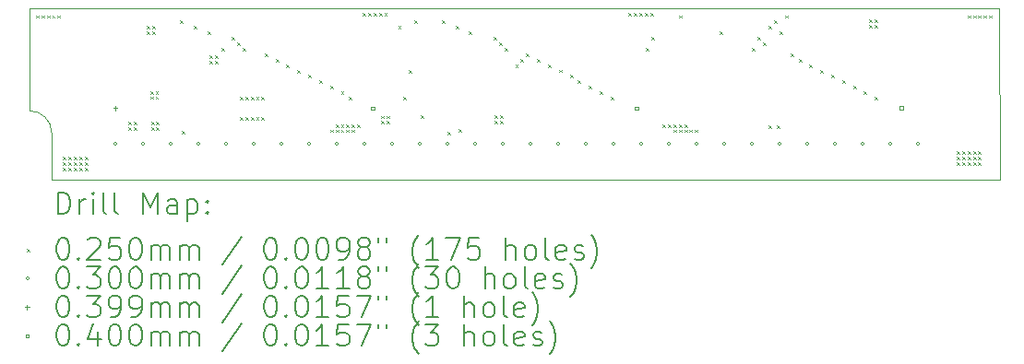
<source format=gbr>
%TF.GenerationSoftware,KiCad,Pcbnew,8.0.0*%
%TF.CreationDate,2024-11-03T15:14:55-05:00*%
%TF.ProjectId,macintosh-dram-1m-simm,6d616369-6e74-46f7-9368-2d6472616d2d,rev?*%
%TF.SameCoordinates,Original*%
%TF.FileFunction,Drillmap*%
%TF.FilePolarity,Positive*%
%FSLAX45Y45*%
G04 Gerber Fmt 4.5, Leading zero omitted, Abs format (unit mm)*
G04 Created by KiCad (PCBNEW 8.0.0) date 2024-11-03 15:14:55*
%MOMM*%
%LPD*%
G01*
G04 APERTURE LIST*
%ADD10C,0.050000*%
%ADD11C,0.200000*%
%ADD12C,0.100000*%
G04 APERTURE END LIST*
D10*
X11633200Y-12268200D02*
X11633200Y-12700000D01*
X20325000Y-11125000D02*
X11430000Y-11125000D01*
X11633200Y-12700000D02*
X20332700Y-12700000D01*
X20332700Y-12700000D02*
X20325000Y-11125000D01*
X11430000Y-11125000D02*
X11430000Y-12065000D01*
X11430000Y-12065000D02*
G75*
G02*
X11633200Y-12268200I0J-203200D01*
G01*
D11*
D12*
X11487500Y-11187500D02*
X11512500Y-11212500D01*
X11512500Y-11187500D02*
X11487500Y-11212500D01*
X11537500Y-11187500D02*
X11562500Y-11212500D01*
X11562500Y-11187500D02*
X11537500Y-11212500D01*
X11587500Y-11187500D02*
X11612500Y-11212500D01*
X11612500Y-11187500D02*
X11587500Y-11212500D01*
X11637500Y-11187500D02*
X11662500Y-11212500D01*
X11662500Y-11187500D02*
X11637500Y-11212500D01*
X11687500Y-11187500D02*
X11712500Y-11212500D01*
X11712500Y-11187500D02*
X11687500Y-11212500D01*
X11737370Y-12486468D02*
X11762370Y-12511468D01*
X11762370Y-12486468D02*
X11737370Y-12511468D01*
X11737370Y-12536468D02*
X11762370Y-12561468D01*
X11762370Y-12536468D02*
X11737370Y-12561468D01*
X11737370Y-12586468D02*
X11762370Y-12611468D01*
X11762370Y-12586468D02*
X11737370Y-12611468D01*
X11787500Y-12487500D02*
X11812500Y-12512500D01*
X11812500Y-12487500D02*
X11787500Y-12512500D01*
X11787500Y-12537500D02*
X11812500Y-12562500D01*
X11812500Y-12537500D02*
X11787500Y-12562500D01*
X11787500Y-12587500D02*
X11812500Y-12612500D01*
X11812500Y-12587500D02*
X11787500Y-12612500D01*
X11837500Y-12487500D02*
X11862500Y-12512500D01*
X11862500Y-12487500D02*
X11837500Y-12512500D01*
X11837500Y-12537500D02*
X11862500Y-12562500D01*
X11862500Y-12537500D02*
X11837500Y-12562500D01*
X11837500Y-12587500D02*
X11862500Y-12612500D01*
X11862500Y-12587500D02*
X11837500Y-12612500D01*
X11887500Y-12487500D02*
X11912500Y-12512500D01*
X11912500Y-12487500D02*
X11887500Y-12512500D01*
X11887500Y-12537500D02*
X11912500Y-12562500D01*
X11912500Y-12537500D02*
X11887500Y-12562500D01*
X11887500Y-12587500D02*
X11912500Y-12612500D01*
X11912500Y-12587500D02*
X11887500Y-12612500D01*
X11937500Y-12487500D02*
X11962500Y-12512500D01*
X11962500Y-12487500D02*
X11937500Y-12512500D01*
X11937500Y-12537500D02*
X11962500Y-12562500D01*
X11962500Y-12537500D02*
X11937500Y-12562500D01*
X11937500Y-12587500D02*
X11962500Y-12612500D01*
X11962500Y-12587500D02*
X11937500Y-12612500D01*
X12337500Y-12162500D02*
X12362500Y-12187500D01*
X12362500Y-12162500D02*
X12337500Y-12187500D01*
X12337500Y-12212500D02*
X12362500Y-12237500D01*
X12362500Y-12212500D02*
X12337500Y-12237500D01*
X12387500Y-12162500D02*
X12412500Y-12187500D01*
X12412500Y-12162500D02*
X12387500Y-12187500D01*
X12387500Y-12212500D02*
X12412500Y-12237500D01*
X12412500Y-12212500D02*
X12387500Y-12237500D01*
X12508500Y-11284500D02*
X12533500Y-11309500D01*
X12533500Y-11284500D02*
X12508500Y-11309500D01*
X12508500Y-11334500D02*
X12533500Y-11359500D01*
X12533500Y-11334500D02*
X12508500Y-11359500D01*
X12535500Y-11882500D02*
X12560500Y-11907500D01*
X12560500Y-11882500D02*
X12535500Y-11907500D01*
X12535500Y-11932500D02*
X12560500Y-11957500D01*
X12560500Y-11932500D02*
X12535500Y-11957500D01*
X12543500Y-12162500D02*
X12568500Y-12187500D01*
X12568500Y-12162500D02*
X12543500Y-12187500D01*
X12543500Y-12212500D02*
X12568500Y-12237500D01*
X12568500Y-12212500D02*
X12543500Y-12237500D01*
X12558500Y-11284500D02*
X12583500Y-11309500D01*
X12583500Y-11284500D02*
X12558500Y-11309500D01*
X12558500Y-11334500D02*
X12583500Y-11359500D01*
X12583500Y-11334500D02*
X12558500Y-11359500D01*
X12585500Y-11882500D02*
X12610500Y-11907500D01*
X12610500Y-11882500D02*
X12585500Y-11907500D01*
X12585500Y-11932500D02*
X12610500Y-11957500D01*
X12610500Y-11932500D02*
X12585500Y-11957500D01*
X12593500Y-12162500D02*
X12618500Y-12187500D01*
X12618500Y-12162500D02*
X12593500Y-12187500D01*
X12593500Y-12212500D02*
X12618500Y-12237500D01*
X12618500Y-12212500D02*
X12593500Y-12237500D01*
X12812500Y-11237500D02*
X12837500Y-11262500D01*
X12837500Y-11237500D02*
X12812500Y-11262500D01*
X12823000Y-12248000D02*
X12848000Y-12273000D01*
X12848000Y-12248000D02*
X12823000Y-12273000D01*
X12937500Y-11287500D02*
X12962500Y-11312500D01*
X12962500Y-11287500D02*
X12937500Y-11312500D01*
X13062500Y-11337500D02*
X13087500Y-11362500D01*
X13087500Y-11337500D02*
X13062500Y-11362500D01*
X13079500Y-11558500D02*
X13104500Y-11583500D01*
X13104500Y-11558500D02*
X13079500Y-11583500D01*
X13079500Y-11608500D02*
X13104500Y-11633500D01*
X13104500Y-11608500D02*
X13079500Y-11633500D01*
X13129500Y-11558500D02*
X13154500Y-11583500D01*
X13154500Y-11558500D02*
X13129500Y-11583500D01*
X13129500Y-11608500D02*
X13154500Y-11633500D01*
X13154500Y-11608500D02*
X13129500Y-11633500D01*
X13187500Y-11487500D02*
X13212500Y-11512500D01*
X13212500Y-11487500D02*
X13187500Y-11512500D01*
X13287500Y-11387500D02*
X13312500Y-11412500D01*
X13312500Y-11387500D02*
X13287500Y-11412500D01*
X13337500Y-11437500D02*
X13362500Y-11462500D01*
X13362500Y-11437500D02*
X13337500Y-11462500D01*
X13358500Y-11935500D02*
X13383500Y-11960500D01*
X13383500Y-11935500D02*
X13358500Y-11960500D01*
X13358500Y-12122500D02*
X13383500Y-12147500D01*
X13383500Y-12122500D02*
X13358500Y-12147500D01*
X13387500Y-11487500D02*
X13412500Y-11512500D01*
X13412500Y-11487500D02*
X13387500Y-11512500D01*
X13408500Y-11935500D02*
X13433500Y-11960500D01*
X13433500Y-11935500D02*
X13408500Y-11960500D01*
X13408500Y-12122500D02*
X13433500Y-12147500D01*
X13433500Y-12122500D02*
X13408500Y-12147500D01*
X13458500Y-11935500D02*
X13483500Y-11960500D01*
X13483500Y-11935500D02*
X13458500Y-11960500D01*
X13458500Y-12122500D02*
X13483500Y-12147500D01*
X13483500Y-12122500D02*
X13458500Y-12147500D01*
X13508500Y-11935500D02*
X13533500Y-11960500D01*
X13533500Y-11935500D02*
X13508500Y-11960500D01*
X13508500Y-12122500D02*
X13533500Y-12147500D01*
X13533500Y-12122500D02*
X13508500Y-12147500D01*
X13558500Y-11935500D02*
X13583500Y-11960500D01*
X13583500Y-11935500D02*
X13558500Y-11960500D01*
X13558500Y-12122500D02*
X13583500Y-12147500D01*
X13583500Y-12122500D02*
X13558500Y-12147500D01*
X13587500Y-11537500D02*
X13612500Y-11562500D01*
X13612500Y-11537500D02*
X13587500Y-11562500D01*
X13687500Y-11587500D02*
X13712500Y-11612500D01*
X13712500Y-11587500D02*
X13687500Y-11612500D01*
X13787500Y-11637500D02*
X13812500Y-11662500D01*
X13812500Y-11637500D02*
X13787500Y-11662500D01*
X13887500Y-11687500D02*
X13912500Y-11712500D01*
X13912500Y-11687500D02*
X13887500Y-11712500D01*
X13987500Y-11737500D02*
X14012500Y-11762500D01*
X14012500Y-11737500D02*
X13987500Y-11762500D01*
X14087500Y-11787500D02*
X14112500Y-11812500D01*
X14112500Y-11787500D02*
X14087500Y-11812500D01*
X14187500Y-11837500D02*
X14212500Y-11862500D01*
X14212500Y-11837500D02*
X14187500Y-11862500D01*
X14187500Y-12237500D02*
X14212500Y-12262500D01*
X14212500Y-12237500D02*
X14187500Y-12262500D01*
X14237500Y-12187500D02*
X14262500Y-12212500D01*
X14262500Y-12187500D02*
X14237500Y-12212500D01*
X14237500Y-12237500D02*
X14262500Y-12262500D01*
X14262500Y-12237500D02*
X14237500Y-12262500D01*
X14287500Y-11887500D02*
X14312500Y-11912500D01*
X14312500Y-11887500D02*
X14287500Y-11912500D01*
X14287500Y-12187500D02*
X14312500Y-12212500D01*
X14312500Y-12187500D02*
X14287500Y-12212500D01*
X14287500Y-12237500D02*
X14312500Y-12262500D01*
X14312500Y-12237500D02*
X14287500Y-12262500D01*
X14337500Y-12187500D02*
X14362500Y-12212500D01*
X14362500Y-12187500D02*
X14337500Y-12212500D01*
X14337500Y-12237500D02*
X14362500Y-12262500D01*
X14362500Y-12237500D02*
X14337500Y-12262500D01*
X14362500Y-11937500D02*
X14387500Y-11962500D01*
X14387500Y-11937500D02*
X14362500Y-11962500D01*
X14387500Y-12187500D02*
X14412500Y-12212500D01*
X14412500Y-12187500D02*
X14387500Y-12212500D01*
X14387500Y-12237500D02*
X14412500Y-12262500D01*
X14412500Y-12237500D02*
X14387500Y-12262500D01*
X14437500Y-12187500D02*
X14462500Y-12212500D01*
X14462500Y-12187500D02*
X14437500Y-12212500D01*
X14485500Y-11167500D02*
X14510500Y-11192500D01*
X14510500Y-11167500D02*
X14485500Y-11192500D01*
X14535500Y-11167500D02*
X14560500Y-11192500D01*
X14560500Y-11167500D02*
X14535500Y-11192500D01*
X14585500Y-11167500D02*
X14610500Y-11192500D01*
X14610500Y-11167500D02*
X14585500Y-11192500D01*
X14635500Y-11167500D02*
X14660500Y-11192500D01*
X14660500Y-11167500D02*
X14635500Y-11192500D01*
X14659500Y-12110500D02*
X14684500Y-12135500D01*
X14684500Y-12110500D02*
X14659500Y-12135500D01*
X14659500Y-12160500D02*
X14684500Y-12185500D01*
X14684500Y-12160500D02*
X14659500Y-12185500D01*
X14685500Y-11167500D02*
X14710500Y-11192500D01*
X14710500Y-11167500D02*
X14685500Y-11192500D01*
X14709500Y-12110500D02*
X14734500Y-12135500D01*
X14734500Y-12110500D02*
X14709500Y-12135500D01*
X14709500Y-12160500D02*
X14734500Y-12185500D01*
X14734500Y-12160500D02*
X14709500Y-12185500D01*
X14812500Y-11287500D02*
X14837500Y-11312500D01*
X14837500Y-11287500D02*
X14812500Y-11312500D01*
X14862500Y-11937500D02*
X14887500Y-11962500D01*
X14887500Y-11937500D02*
X14862500Y-11962500D01*
X14912500Y-11687500D02*
X14937500Y-11712500D01*
X14937500Y-11687500D02*
X14912500Y-11712500D01*
X14962500Y-11237500D02*
X14987500Y-11262500D01*
X14987500Y-11237500D02*
X14962500Y-11262500D01*
X15016500Y-12103500D02*
X15041500Y-12128500D01*
X15041500Y-12103500D02*
X15016500Y-12128500D01*
X15212500Y-11237500D02*
X15237500Y-11262500D01*
X15237500Y-11237500D02*
X15212500Y-11262500D01*
X15262700Y-12262300D02*
X15287700Y-12287300D01*
X15287700Y-12262300D02*
X15262700Y-12287300D01*
X15337500Y-11287500D02*
X15362500Y-11312500D01*
X15362500Y-11287500D02*
X15337500Y-11312500D01*
X15364000Y-12236000D02*
X15389000Y-12261000D01*
X15389000Y-12236000D02*
X15364000Y-12261000D01*
X15462500Y-11337500D02*
X15487500Y-11362500D01*
X15487500Y-11337500D02*
X15462500Y-11362500D01*
X15687500Y-11387500D02*
X15712500Y-11412500D01*
X15712500Y-11387500D02*
X15687500Y-11412500D01*
X15698500Y-12105500D02*
X15723500Y-12130500D01*
X15723500Y-12105500D02*
X15698500Y-12130500D01*
X15698500Y-12155500D02*
X15723500Y-12180500D01*
X15723500Y-12155500D02*
X15698500Y-12180500D01*
X15737500Y-11437500D02*
X15762500Y-11462500D01*
X15762500Y-11437500D02*
X15737500Y-11462500D01*
X15748500Y-12105500D02*
X15773500Y-12130500D01*
X15773500Y-12105500D02*
X15748500Y-12130500D01*
X15748500Y-12155500D02*
X15773500Y-12180500D01*
X15773500Y-12155500D02*
X15748500Y-12180500D01*
X15787500Y-11487500D02*
X15812500Y-11512500D01*
X15812500Y-11487500D02*
X15787500Y-11512500D01*
X15887500Y-11637500D02*
X15912500Y-11662500D01*
X15912500Y-11637500D02*
X15887500Y-11662500D01*
X15937500Y-11587500D02*
X15962500Y-11612500D01*
X15962500Y-11587500D02*
X15937500Y-11612500D01*
X15987500Y-11537500D02*
X16012500Y-11562500D01*
X16012500Y-11537500D02*
X15987500Y-11562500D01*
X16087500Y-11587500D02*
X16112500Y-11612500D01*
X16112500Y-11587500D02*
X16087500Y-11612500D01*
X16187500Y-11637500D02*
X16212500Y-11662500D01*
X16212500Y-11637500D02*
X16187500Y-11662500D01*
X16287500Y-11687100D02*
X16312500Y-11712100D01*
X16312500Y-11687100D02*
X16287500Y-11712100D01*
X16387500Y-11737100D02*
X16412500Y-11762100D01*
X16412500Y-11737100D02*
X16387500Y-11762100D01*
X16462500Y-11787100D02*
X16487500Y-11812100D01*
X16487500Y-11787100D02*
X16462500Y-11812100D01*
X16562500Y-11837100D02*
X16587500Y-11862100D01*
X16587500Y-11837100D02*
X16562500Y-11862100D01*
X16662500Y-11887100D02*
X16687500Y-11912100D01*
X16687500Y-11887100D02*
X16662500Y-11912100D01*
X16762500Y-11937500D02*
X16787500Y-11962500D01*
X16787500Y-11937500D02*
X16762500Y-11962500D01*
X16927500Y-11169500D02*
X16952500Y-11194500D01*
X16952500Y-11169500D02*
X16927500Y-11194500D01*
X16977500Y-11169500D02*
X17002500Y-11194500D01*
X17002500Y-11169500D02*
X16977500Y-11194500D01*
X17027500Y-11169500D02*
X17052500Y-11194500D01*
X17052500Y-11169500D02*
X17027500Y-11194500D01*
X17077500Y-11169500D02*
X17102500Y-11194500D01*
X17102500Y-11169500D02*
X17077500Y-11194500D01*
X17087500Y-11487500D02*
X17112500Y-11512500D01*
X17112500Y-11487500D02*
X17087500Y-11512500D01*
X17127500Y-11169500D02*
X17152500Y-11194500D01*
X17152500Y-11169500D02*
X17127500Y-11194500D01*
X17137500Y-11387500D02*
X17162500Y-11412500D01*
X17162500Y-11387500D02*
X17137500Y-11412500D01*
X17237500Y-12187500D02*
X17262500Y-12212500D01*
X17262500Y-12187500D02*
X17237500Y-12212500D01*
X17287500Y-12187500D02*
X17312500Y-12212500D01*
X17312500Y-12187500D02*
X17287500Y-12212500D01*
X17337500Y-12187500D02*
X17362500Y-12212500D01*
X17362500Y-12187500D02*
X17337500Y-12212500D01*
X17337500Y-12237500D02*
X17362500Y-12262500D01*
X17362500Y-12237500D02*
X17337500Y-12262500D01*
X17387500Y-11187500D02*
X17412500Y-11212500D01*
X17412500Y-11187500D02*
X17387500Y-11212500D01*
X17387500Y-12187500D02*
X17412500Y-12212500D01*
X17412500Y-12187500D02*
X17387500Y-12212500D01*
X17387500Y-12237500D02*
X17412500Y-12262500D01*
X17412500Y-12237500D02*
X17387500Y-12262500D01*
X17437500Y-12187500D02*
X17462500Y-12212500D01*
X17462500Y-12187500D02*
X17437500Y-12212500D01*
X17437500Y-12237500D02*
X17462500Y-12262500D01*
X17462500Y-12237500D02*
X17437500Y-12262500D01*
X17487500Y-12237500D02*
X17512500Y-12262500D01*
X17512500Y-12237500D02*
X17487500Y-12262500D01*
X17537500Y-12237500D02*
X17562500Y-12262500D01*
X17562500Y-12237500D02*
X17537500Y-12262500D01*
X17762500Y-11337500D02*
X17787500Y-11362500D01*
X17787500Y-11337500D02*
X17762500Y-11362500D01*
X18062500Y-11487500D02*
X18087500Y-11512500D01*
X18087500Y-11487500D02*
X18062500Y-11512500D01*
X18112500Y-11387500D02*
X18137500Y-11412500D01*
X18137500Y-11387500D02*
X18112500Y-11412500D01*
X18162500Y-11437500D02*
X18187500Y-11462500D01*
X18187500Y-11437500D02*
X18162500Y-11462500D01*
X18212500Y-11287500D02*
X18237500Y-11312500D01*
X18237500Y-11287500D02*
X18212500Y-11312500D01*
X18212500Y-12202300D02*
X18237500Y-12227300D01*
X18237500Y-12202300D02*
X18212500Y-12227300D01*
X18262500Y-11237500D02*
X18287500Y-11262500D01*
X18287500Y-11237500D02*
X18262500Y-11262500D01*
X18287500Y-12202300D02*
X18312500Y-12227300D01*
X18312500Y-12202300D02*
X18287500Y-12227300D01*
X18312500Y-11337500D02*
X18337500Y-11362500D01*
X18337500Y-11337500D02*
X18312500Y-11362500D01*
X18362500Y-11187500D02*
X18387500Y-11212500D01*
X18387500Y-11187500D02*
X18362500Y-11212500D01*
X18412500Y-11537500D02*
X18437500Y-11562500D01*
X18437500Y-11537500D02*
X18412500Y-11562500D01*
X18487500Y-11587500D02*
X18512500Y-11612500D01*
X18512500Y-11587500D02*
X18487500Y-11612500D01*
X18587500Y-11637500D02*
X18612500Y-11662500D01*
X18612500Y-11637500D02*
X18587500Y-11662500D01*
X18687500Y-11687500D02*
X18712500Y-11712500D01*
X18712500Y-11687500D02*
X18687500Y-11712500D01*
X18787500Y-11737500D02*
X18812500Y-11762500D01*
X18812500Y-11737500D02*
X18787500Y-11762500D01*
X18887500Y-11787500D02*
X18912500Y-11812500D01*
X18912500Y-11787500D02*
X18887500Y-11812500D01*
X18987500Y-11837500D02*
X19012500Y-11862500D01*
X19012500Y-11837500D02*
X18987500Y-11862500D01*
X19087500Y-11887500D02*
X19112500Y-11912500D01*
X19112500Y-11887500D02*
X19087500Y-11912500D01*
X19135500Y-11224500D02*
X19160500Y-11249500D01*
X19160500Y-11224500D02*
X19135500Y-11249500D01*
X19135500Y-11274500D02*
X19160500Y-11299500D01*
X19160500Y-11274500D02*
X19135500Y-11299500D01*
X19185500Y-11224500D02*
X19210500Y-11249500D01*
X19210500Y-11224500D02*
X19185500Y-11249500D01*
X19185500Y-11274500D02*
X19210500Y-11299500D01*
X19210500Y-11274500D02*
X19185500Y-11299500D01*
X19187500Y-11937500D02*
X19212500Y-11962500D01*
X19212500Y-11937500D02*
X19187500Y-11962500D01*
X19937370Y-12436468D02*
X19962370Y-12461468D01*
X19962370Y-12436468D02*
X19937370Y-12461468D01*
X19937370Y-12486468D02*
X19962370Y-12511468D01*
X19962370Y-12486468D02*
X19937370Y-12511468D01*
X19937370Y-12536468D02*
X19962370Y-12561468D01*
X19962370Y-12536468D02*
X19937370Y-12561468D01*
X19987500Y-12437500D02*
X20012500Y-12462500D01*
X20012500Y-12437500D02*
X19987500Y-12462500D01*
X19987500Y-12487500D02*
X20012500Y-12512500D01*
X20012500Y-12487500D02*
X19987500Y-12512500D01*
X19987500Y-12537500D02*
X20012500Y-12562500D01*
X20012500Y-12537500D02*
X19987500Y-12562500D01*
X20037500Y-11187500D02*
X20062500Y-11212500D01*
X20062500Y-11187500D02*
X20037500Y-11212500D01*
X20037500Y-12437500D02*
X20062500Y-12462500D01*
X20062500Y-12437500D02*
X20037500Y-12462500D01*
X20037500Y-12487500D02*
X20062500Y-12512500D01*
X20062500Y-12487500D02*
X20037500Y-12512500D01*
X20037500Y-12537500D02*
X20062500Y-12562500D01*
X20062500Y-12537500D02*
X20037500Y-12562500D01*
X20087500Y-11187500D02*
X20112500Y-11212500D01*
X20112500Y-11187500D02*
X20087500Y-11212500D01*
X20087500Y-12437500D02*
X20112500Y-12462500D01*
X20112500Y-12437500D02*
X20087500Y-12462500D01*
X20087500Y-12487500D02*
X20112500Y-12512500D01*
X20112500Y-12487500D02*
X20087500Y-12512500D01*
X20087500Y-12537500D02*
X20112500Y-12562500D01*
X20112500Y-12537500D02*
X20087500Y-12562500D01*
X20137500Y-11187500D02*
X20162500Y-11212500D01*
X20162500Y-11187500D02*
X20137500Y-11212500D01*
X20137500Y-12437500D02*
X20162500Y-12462500D01*
X20162500Y-12437500D02*
X20137500Y-12462500D01*
X20137500Y-12487500D02*
X20162500Y-12512500D01*
X20162500Y-12487500D02*
X20137500Y-12512500D01*
X20137500Y-12537500D02*
X20162500Y-12562500D01*
X20162500Y-12537500D02*
X20137500Y-12562500D01*
X20187500Y-11187500D02*
X20212500Y-11212500D01*
X20212500Y-11187500D02*
X20187500Y-11212500D01*
X20237500Y-11187500D02*
X20262500Y-11212500D01*
X20262500Y-11187500D02*
X20237500Y-11212500D01*
X12232400Y-12369800D02*
G75*
G02*
X12202400Y-12369800I-15000J0D01*
G01*
X12202400Y-12369800D02*
G75*
G02*
X12232400Y-12369800I15000J0D01*
G01*
X12486400Y-12369800D02*
G75*
G02*
X12456400Y-12369800I-15000J0D01*
G01*
X12456400Y-12369800D02*
G75*
G02*
X12486400Y-12369800I15000J0D01*
G01*
X12740400Y-12369800D02*
G75*
G02*
X12710400Y-12369800I-15000J0D01*
G01*
X12710400Y-12369800D02*
G75*
G02*
X12740400Y-12369800I15000J0D01*
G01*
X12994400Y-12369800D02*
G75*
G02*
X12964400Y-12369800I-15000J0D01*
G01*
X12964400Y-12369800D02*
G75*
G02*
X12994400Y-12369800I15000J0D01*
G01*
X13248400Y-12369800D02*
G75*
G02*
X13218400Y-12369800I-15000J0D01*
G01*
X13218400Y-12369800D02*
G75*
G02*
X13248400Y-12369800I15000J0D01*
G01*
X13502400Y-12369800D02*
G75*
G02*
X13472400Y-12369800I-15000J0D01*
G01*
X13472400Y-12369800D02*
G75*
G02*
X13502400Y-12369800I15000J0D01*
G01*
X13756400Y-12369800D02*
G75*
G02*
X13726400Y-12369800I-15000J0D01*
G01*
X13726400Y-12369800D02*
G75*
G02*
X13756400Y-12369800I15000J0D01*
G01*
X14010400Y-12369800D02*
G75*
G02*
X13980400Y-12369800I-15000J0D01*
G01*
X13980400Y-12369800D02*
G75*
G02*
X14010400Y-12369800I15000J0D01*
G01*
X14264400Y-12369800D02*
G75*
G02*
X14234400Y-12369800I-15000J0D01*
G01*
X14234400Y-12369800D02*
G75*
G02*
X14264400Y-12369800I15000J0D01*
G01*
X14518400Y-12369800D02*
G75*
G02*
X14488400Y-12369800I-15000J0D01*
G01*
X14488400Y-12369800D02*
G75*
G02*
X14518400Y-12369800I15000J0D01*
G01*
X14772400Y-12369800D02*
G75*
G02*
X14742400Y-12369800I-15000J0D01*
G01*
X14742400Y-12369800D02*
G75*
G02*
X14772400Y-12369800I15000J0D01*
G01*
X15026400Y-12369800D02*
G75*
G02*
X14996400Y-12369800I-15000J0D01*
G01*
X14996400Y-12369800D02*
G75*
G02*
X15026400Y-12369800I15000J0D01*
G01*
X15280400Y-12369800D02*
G75*
G02*
X15250400Y-12369800I-15000J0D01*
G01*
X15250400Y-12369800D02*
G75*
G02*
X15280400Y-12369800I15000J0D01*
G01*
X15534400Y-12369800D02*
G75*
G02*
X15504400Y-12369800I-15000J0D01*
G01*
X15504400Y-12369800D02*
G75*
G02*
X15534400Y-12369800I15000J0D01*
G01*
X15788400Y-12369800D02*
G75*
G02*
X15758400Y-12369800I-15000J0D01*
G01*
X15758400Y-12369800D02*
G75*
G02*
X15788400Y-12369800I15000J0D01*
G01*
X16042400Y-12369800D02*
G75*
G02*
X16012400Y-12369800I-15000J0D01*
G01*
X16012400Y-12369800D02*
G75*
G02*
X16042400Y-12369800I15000J0D01*
G01*
X16296400Y-12369800D02*
G75*
G02*
X16266400Y-12369800I-15000J0D01*
G01*
X16266400Y-12369800D02*
G75*
G02*
X16296400Y-12369800I15000J0D01*
G01*
X16550400Y-12369800D02*
G75*
G02*
X16520400Y-12369800I-15000J0D01*
G01*
X16520400Y-12369800D02*
G75*
G02*
X16550400Y-12369800I15000J0D01*
G01*
X16804400Y-12369800D02*
G75*
G02*
X16774400Y-12369800I-15000J0D01*
G01*
X16774400Y-12369800D02*
G75*
G02*
X16804400Y-12369800I15000J0D01*
G01*
X17058400Y-12369800D02*
G75*
G02*
X17028400Y-12369800I-15000J0D01*
G01*
X17028400Y-12369800D02*
G75*
G02*
X17058400Y-12369800I15000J0D01*
G01*
X17312400Y-12369800D02*
G75*
G02*
X17282400Y-12369800I-15000J0D01*
G01*
X17282400Y-12369800D02*
G75*
G02*
X17312400Y-12369800I15000J0D01*
G01*
X17566400Y-12369800D02*
G75*
G02*
X17536400Y-12369800I-15000J0D01*
G01*
X17536400Y-12369800D02*
G75*
G02*
X17566400Y-12369800I15000J0D01*
G01*
X17820400Y-12369800D02*
G75*
G02*
X17790400Y-12369800I-15000J0D01*
G01*
X17790400Y-12369800D02*
G75*
G02*
X17820400Y-12369800I15000J0D01*
G01*
X18074400Y-12369800D02*
G75*
G02*
X18044400Y-12369800I-15000J0D01*
G01*
X18044400Y-12369800D02*
G75*
G02*
X18074400Y-12369800I15000J0D01*
G01*
X18328400Y-12369800D02*
G75*
G02*
X18298400Y-12369800I-15000J0D01*
G01*
X18298400Y-12369800D02*
G75*
G02*
X18328400Y-12369800I15000J0D01*
G01*
X18582400Y-12369800D02*
G75*
G02*
X18552400Y-12369800I-15000J0D01*
G01*
X18552400Y-12369800D02*
G75*
G02*
X18582400Y-12369800I15000J0D01*
G01*
X18836400Y-12369800D02*
G75*
G02*
X18806400Y-12369800I-15000J0D01*
G01*
X18806400Y-12369800D02*
G75*
G02*
X18836400Y-12369800I15000J0D01*
G01*
X19090400Y-12369800D02*
G75*
G02*
X19060400Y-12369800I-15000J0D01*
G01*
X19060400Y-12369800D02*
G75*
G02*
X19090400Y-12369800I15000J0D01*
G01*
X19344400Y-12369800D02*
G75*
G02*
X19314400Y-12369800I-15000J0D01*
G01*
X19314400Y-12369800D02*
G75*
G02*
X19344400Y-12369800I15000J0D01*
G01*
X19598400Y-12369800D02*
G75*
G02*
X19568400Y-12369800I-15000J0D01*
G01*
X19568400Y-12369800D02*
G75*
G02*
X19598400Y-12369800I15000J0D01*
G01*
X12217000Y-12020061D02*
X12217000Y-12059939D01*
X12197061Y-12040000D02*
X12236939Y-12040000D01*
X14594142Y-12054142D02*
X14594142Y-12025858D01*
X14565858Y-12025858D01*
X14565858Y-12054142D01*
X14594142Y-12054142D01*
X17014142Y-12054142D02*
X17014142Y-12025858D01*
X16985858Y-12025858D01*
X16985858Y-12054142D01*
X17014142Y-12054142D01*
X19444142Y-12053742D02*
X19444142Y-12025458D01*
X19415858Y-12025458D01*
X19415858Y-12053742D01*
X19444142Y-12053742D01*
D11*
X11688277Y-13013984D02*
X11688277Y-12813984D01*
X11688277Y-12813984D02*
X11735896Y-12813984D01*
X11735896Y-12813984D02*
X11764467Y-12823508D01*
X11764467Y-12823508D02*
X11783515Y-12842555D01*
X11783515Y-12842555D02*
X11793039Y-12861603D01*
X11793039Y-12861603D02*
X11802562Y-12899698D01*
X11802562Y-12899698D02*
X11802562Y-12928269D01*
X11802562Y-12928269D02*
X11793039Y-12966365D01*
X11793039Y-12966365D02*
X11783515Y-12985412D01*
X11783515Y-12985412D02*
X11764467Y-13004460D01*
X11764467Y-13004460D02*
X11735896Y-13013984D01*
X11735896Y-13013984D02*
X11688277Y-13013984D01*
X11888277Y-13013984D02*
X11888277Y-12880650D01*
X11888277Y-12918746D02*
X11897801Y-12899698D01*
X11897801Y-12899698D02*
X11907324Y-12890174D01*
X11907324Y-12890174D02*
X11926372Y-12880650D01*
X11926372Y-12880650D02*
X11945420Y-12880650D01*
X12012086Y-13013984D02*
X12012086Y-12880650D01*
X12012086Y-12813984D02*
X12002562Y-12823508D01*
X12002562Y-12823508D02*
X12012086Y-12833031D01*
X12012086Y-12833031D02*
X12021610Y-12823508D01*
X12021610Y-12823508D02*
X12012086Y-12813984D01*
X12012086Y-12813984D02*
X12012086Y-12833031D01*
X12135896Y-13013984D02*
X12116848Y-13004460D01*
X12116848Y-13004460D02*
X12107324Y-12985412D01*
X12107324Y-12985412D02*
X12107324Y-12813984D01*
X12240658Y-13013984D02*
X12221610Y-13004460D01*
X12221610Y-13004460D02*
X12212086Y-12985412D01*
X12212086Y-12985412D02*
X12212086Y-12813984D01*
X12469229Y-13013984D02*
X12469229Y-12813984D01*
X12469229Y-12813984D02*
X12535896Y-12956841D01*
X12535896Y-12956841D02*
X12602562Y-12813984D01*
X12602562Y-12813984D02*
X12602562Y-13013984D01*
X12783515Y-13013984D02*
X12783515Y-12909222D01*
X12783515Y-12909222D02*
X12773991Y-12890174D01*
X12773991Y-12890174D02*
X12754943Y-12880650D01*
X12754943Y-12880650D02*
X12716848Y-12880650D01*
X12716848Y-12880650D02*
X12697801Y-12890174D01*
X12783515Y-13004460D02*
X12764467Y-13013984D01*
X12764467Y-13013984D02*
X12716848Y-13013984D01*
X12716848Y-13013984D02*
X12697801Y-13004460D01*
X12697801Y-13004460D02*
X12688277Y-12985412D01*
X12688277Y-12985412D02*
X12688277Y-12966365D01*
X12688277Y-12966365D02*
X12697801Y-12947317D01*
X12697801Y-12947317D02*
X12716848Y-12937793D01*
X12716848Y-12937793D02*
X12764467Y-12937793D01*
X12764467Y-12937793D02*
X12783515Y-12928269D01*
X12878753Y-12880650D02*
X12878753Y-13080650D01*
X12878753Y-12890174D02*
X12897801Y-12880650D01*
X12897801Y-12880650D02*
X12935896Y-12880650D01*
X12935896Y-12880650D02*
X12954943Y-12890174D01*
X12954943Y-12890174D02*
X12964467Y-12899698D01*
X12964467Y-12899698D02*
X12973991Y-12918746D01*
X12973991Y-12918746D02*
X12973991Y-12975888D01*
X12973991Y-12975888D02*
X12964467Y-12994936D01*
X12964467Y-12994936D02*
X12954943Y-13004460D01*
X12954943Y-13004460D02*
X12935896Y-13013984D01*
X12935896Y-13013984D02*
X12897801Y-13013984D01*
X12897801Y-13013984D02*
X12878753Y-13004460D01*
X13059705Y-12994936D02*
X13069229Y-13004460D01*
X13069229Y-13004460D02*
X13059705Y-13013984D01*
X13059705Y-13013984D02*
X13050182Y-13004460D01*
X13050182Y-13004460D02*
X13059705Y-12994936D01*
X13059705Y-12994936D02*
X13059705Y-13013984D01*
X13059705Y-12890174D02*
X13069229Y-12899698D01*
X13069229Y-12899698D02*
X13059705Y-12909222D01*
X13059705Y-12909222D02*
X13050182Y-12899698D01*
X13050182Y-12899698D02*
X13059705Y-12890174D01*
X13059705Y-12890174D02*
X13059705Y-12909222D01*
D12*
X11402500Y-13330000D02*
X11427500Y-13355000D01*
X11427500Y-13330000D02*
X11402500Y-13355000D01*
D11*
X11726372Y-13233984D02*
X11745420Y-13233984D01*
X11745420Y-13233984D02*
X11764467Y-13243508D01*
X11764467Y-13243508D02*
X11773991Y-13253031D01*
X11773991Y-13253031D02*
X11783515Y-13272079D01*
X11783515Y-13272079D02*
X11793039Y-13310174D01*
X11793039Y-13310174D02*
X11793039Y-13357793D01*
X11793039Y-13357793D02*
X11783515Y-13395888D01*
X11783515Y-13395888D02*
X11773991Y-13414936D01*
X11773991Y-13414936D02*
X11764467Y-13424460D01*
X11764467Y-13424460D02*
X11745420Y-13433984D01*
X11745420Y-13433984D02*
X11726372Y-13433984D01*
X11726372Y-13433984D02*
X11707324Y-13424460D01*
X11707324Y-13424460D02*
X11697801Y-13414936D01*
X11697801Y-13414936D02*
X11688277Y-13395888D01*
X11688277Y-13395888D02*
X11678753Y-13357793D01*
X11678753Y-13357793D02*
X11678753Y-13310174D01*
X11678753Y-13310174D02*
X11688277Y-13272079D01*
X11688277Y-13272079D02*
X11697801Y-13253031D01*
X11697801Y-13253031D02*
X11707324Y-13243508D01*
X11707324Y-13243508D02*
X11726372Y-13233984D01*
X11878753Y-13414936D02*
X11888277Y-13424460D01*
X11888277Y-13424460D02*
X11878753Y-13433984D01*
X11878753Y-13433984D02*
X11869229Y-13424460D01*
X11869229Y-13424460D02*
X11878753Y-13414936D01*
X11878753Y-13414936D02*
X11878753Y-13433984D01*
X11964467Y-13253031D02*
X11973991Y-13243508D01*
X11973991Y-13243508D02*
X11993039Y-13233984D01*
X11993039Y-13233984D02*
X12040658Y-13233984D01*
X12040658Y-13233984D02*
X12059705Y-13243508D01*
X12059705Y-13243508D02*
X12069229Y-13253031D01*
X12069229Y-13253031D02*
X12078753Y-13272079D01*
X12078753Y-13272079D02*
X12078753Y-13291127D01*
X12078753Y-13291127D02*
X12069229Y-13319698D01*
X12069229Y-13319698D02*
X11954943Y-13433984D01*
X11954943Y-13433984D02*
X12078753Y-13433984D01*
X12259705Y-13233984D02*
X12164467Y-13233984D01*
X12164467Y-13233984D02*
X12154943Y-13329222D01*
X12154943Y-13329222D02*
X12164467Y-13319698D01*
X12164467Y-13319698D02*
X12183515Y-13310174D01*
X12183515Y-13310174D02*
X12231134Y-13310174D01*
X12231134Y-13310174D02*
X12250182Y-13319698D01*
X12250182Y-13319698D02*
X12259705Y-13329222D01*
X12259705Y-13329222D02*
X12269229Y-13348269D01*
X12269229Y-13348269D02*
X12269229Y-13395888D01*
X12269229Y-13395888D02*
X12259705Y-13414936D01*
X12259705Y-13414936D02*
X12250182Y-13424460D01*
X12250182Y-13424460D02*
X12231134Y-13433984D01*
X12231134Y-13433984D02*
X12183515Y-13433984D01*
X12183515Y-13433984D02*
X12164467Y-13424460D01*
X12164467Y-13424460D02*
X12154943Y-13414936D01*
X12393039Y-13233984D02*
X12412086Y-13233984D01*
X12412086Y-13233984D02*
X12431134Y-13243508D01*
X12431134Y-13243508D02*
X12440658Y-13253031D01*
X12440658Y-13253031D02*
X12450182Y-13272079D01*
X12450182Y-13272079D02*
X12459705Y-13310174D01*
X12459705Y-13310174D02*
X12459705Y-13357793D01*
X12459705Y-13357793D02*
X12450182Y-13395888D01*
X12450182Y-13395888D02*
X12440658Y-13414936D01*
X12440658Y-13414936D02*
X12431134Y-13424460D01*
X12431134Y-13424460D02*
X12412086Y-13433984D01*
X12412086Y-13433984D02*
X12393039Y-13433984D01*
X12393039Y-13433984D02*
X12373991Y-13424460D01*
X12373991Y-13424460D02*
X12364467Y-13414936D01*
X12364467Y-13414936D02*
X12354943Y-13395888D01*
X12354943Y-13395888D02*
X12345420Y-13357793D01*
X12345420Y-13357793D02*
X12345420Y-13310174D01*
X12345420Y-13310174D02*
X12354943Y-13272079D01*
X12354943Y-13272079D02*
X12364467Y-13253031D01*
X12364467Y-13253031D02*
X12373991Y-13243508D01*
X12373991Y-13243508D02*
X12393039Y-13233984D01*
X12545420Y-13433984D02*
X12545420Y-13300650D01*
X12545420Y-13319698D02*
X12554943Y-13310174D01*
X12554943Y-13310174D02*
X12573991Y-13300650D01*
X12573991Y-13300650D02*
X12602563Y-13300650D01*
X12602563Y-13300650D02*
X12621610Y-13310174D01*
X12621610Y-13310174D02*
X12631134Y-13329222D01*
X12631134Y-13329222D02*
X12631134Y-13433984D01*
X12631134Y-13329222D02*
X12640658Y-13310174D01*
X12640658Y-13310174D02*
X12659705Y-13300650D01*
X12659705Y-13300650D02*
X12688277Y-13300650D01*
X12688277Y-13300650D02*
X12707324Y-13310174D01*
X12707324Y-13310174D02*
X12716848Y-13329222D01*
X12716848Y-13329222D02*
X12716848Y-13433984D01*
X12812086Y-13433984D02*
X12812086Y-13300650D01*
X12812086Y-13319698D02*
X12821610Y-13310174D01*
X12821610Y-13310174D02*
X12840658Y-13300650D01*
X12840658Y-13300650D02*
X12869229Y-13300650D01*
X12869229Y-13300650D02*
X12888277Y-13310174D01*
X12888277Y-13310174D02*
X12897801Y-13329222D01*
X12897801Y-13329222D02*
X12897801Y-13433984D01*
X12897801Y-13329222D02*
X12907324Y-13310174D01*
X12907324Y-13310174D02*
X12926372Y-13300650D01*
X12926372Y-13300650D02*
X12954943Y-13300650D01*
X12954943Y-13300650D02*
X12973991Y-13310174D01*
X12973991Y-13310174D02*
X12983515Y-13329222D01*
X12983515Y-13329222D02*
X12983515Y-13433984D01*
X13373991Y-13224460D02*
X13202563Y-13481603D01*
X13631134Y-13233984D02*
X13650182Y-13233984D01*
X13650182Y-13233984D02*
X13669229Y-13243508D01*
X13669229Y-13243508D02*
X13678753Y-13253031D01*
X13678753Y-13253031D02*
X13688277Y-13272079D01*
X13688277Y-13272079D02*
X13697801Y-13310174D01*
X13697801Y-13310174D02*
X13697801Y-13357793D01*
X13697801Y-13357793D02*
X13688277Y-13395888D01*
X13688277Y-13395888D02*
X13678753Y-13414936D01*
X13678753Y-13414936D02*
X13669229Y-13424460D01*
X13669229Y-13424460D02*
X13650182Y-13433984D01*
X13650182Y-13433984D02*
X13631134Y-13433984D01*
X13631134Y-13433984D02*
X13612086Y-13424460D01*
X13612086Y-13424460D02*
X13602563Y-13414936D01*
X13602563Y-13414936D02*
X13593039Y-13395888D01*
X13593039Y-13395888D02*
X13583515Y-13357793D01*
X13583515Y-13357793D02*
X13583515Y-13310174D01*
X13583515Y-13310174D02*
X13593039Y-13272079D01*
X13593039Y-13272079D02*
X13602563Y-13253031D01*
X13602563Y-13253031D02*
X13612086Y-13243508D01*
X13612086Y-13243508D02*
X13631134Y-13233984D01*
X13783515Y-13414936D02*
X13793039Y-13424460D01*
X13793039Y-13424460D02*
X13783515Y-13433984D01*
X13783515Y-13433984D02*
X13773991Y-13424460D01*
X13773991Y-13424460D02*
X13783515Y-13414936D01*
X13783515Y-13414936D02*
X13783515Y-13433984D01*
X13916848Y-13233984D02*
X13935896Y-13233984D01*
X13935896Y-13233984D02*
X13954944Y-13243508D01*
X13954944Y-13243508D02*
X13964467Y-13253031D01*
X13964467Y-13253031D02*
X13973991Y-13272079D01*
X13973991Y-13272079D02*
X13983515Y-13310174D01*
X13983515Y-13310174D02*
X13983515Y-13357793D01*
X13983515Y-13357793D02*
X13973991Y-13395888D01*
X13973991Y-13395888D02*
X13964467Y-13414936D01*
X13964467Y-13414936D02*
X13954944Y-13424460D01*
X13954944Y-13424460D02*
X13935896Y-13433984D01*
X13935896Y-13433984D02*
X13916848Y-13433984D01*
X13916848Y-13433984D02*
X13897801Y-13424460D01*
X13897801Y-13424460D02*
X13888277Y-13414936D01*
X13888277Y-13414936D02*
X13878753Y-13395888D01*
X13878753Y-13395888D02*
X13869229Y-13357793D01*
X13869229Y-13357793D02*
X13869229Y-13310174D01*
X13869229Y-13310174D02*
X13878753Y-13272079D01*
X13878753Y-13272079D02*
X13888277Y-13253031D01*
X13888277Y-13253031D02*
X13897801Y-13243508D01*
X13897801Y-13243508D02*
X13916848Y-13233984D01*
X14107325Y-13233984D02*
X14126372Y-13233984D01*
X14126372Y-13233984D02*
X14145420Y-13243508D01*
X14145420Y-13243508D02*
X14154944Y-13253031D01*
X14154944Y-13253031D02*
X14164467Y-13272079D01*
X14164467Y-13272079D02*
X14173991Y-13310174D01*
X14173991Y-13310174D02*
X14173991Y-13357793D01*
X14173991Y-13357793D02*
X14164467Y-13395888D01*
X14164467Y-13395888D02*
X14154944Y-13414936D01*
X14154944Y-13414936D02*
X14145420Y-13424460D01*
X14145420Y-13424460D02*
X14126372Y-13433984D01*
X14126372Y-13433984D02*
X14107325Y-13433984D01*
X14107325Y-13433984D02*
X14088277Y-13424460D01*
X14088277Y-13424460D02*
X14078753Y-13414936D01*
X14078753Y-13414936D02*
X14069229Y-13395888D01*
X14069229Y-13395888D02*
X14059706Y-13357793D01*
X14059706Y-13357793D02*
X14059706Y-13310174D01*
X14059706Y-13310174D02*
X14069229Y-13272079D01*
X14069229Y-13272079D02*
X14078753Y-13253031D01*
X14078753Y-13253031D02*
X14088277Y-13243508D01*
X14088277Y-13243508D02*
X14107325Y-13233984D01*
X14269229Y-13433984D02*
X14307325Y-13433984D01*
X14307325Y-13433984D02*
X14326372Y-13424460D01*
X14326372Y-13424460D02*
X14335896Y-13414936D01*
X14335896Y-13414936D02*
X14354944Y-13386365D01*
X14354944Y-13386365D02*
X14364467Y-13348269D01*
X14364467Y-13348269D02*
X14364467Y-13272079D01*
X14364467Y-13272079D02*
X14354944Y-13253031D01*
X14354944Y-13253031D02*
X14345420Y-13243508D01*
X14345420Y-13243508D02*
X14326372Y-13233984D01*
X14326372Y-13233984D02*
X14288277Y-13233984D01*
X14288277Y-13233984D02*
X14269229Y-13243508D01*
X14269229Y-13243508D02*
X14259706Y-13253031D01*
X14259706Y-13253031D02*
X14250182Y-13272079D01*
X14250182Y-13272079D02*
X14250182Y-13319698D01*
X14250182Y-13319698D02*
X14259706Y-13338746D01*
X14259706Y-13338746D02*
X14269229Y-13348269D01*
X14269229Y-13348269D02*
X14288277Y-13357793D01*
X14288277Y-13357793D02*
X14326372Y-13357793D01*
X14326372Y-13357793D02*
X14345420Y-13348269D01*
X14345420Y-13348269D02*
X14354944Y-13338746D01*
X14354944Y-13338746D02*
X14364467Y-13319698D01*
X14478753Y-13319698D02*
X14459706Y-13310174D01*
X14459706Y-13310174D02*
X14450182Y-13300650D01*
X14450182Y-13300650D02*
X14440658Y-13281603D01*
X14440658Y-13281603D02*
X14440658Y-13272079D01*
X14440658Y-13272079D02*
X14450182Y-13253031D01*
X14450182Y-13253031D02*
X14459706Y-13243508D01*
X14459706Y-13243508D02*
X14478753Y-13233984D01*
X14478753Y-13233984D02*
X14516848Y-13233984D01*
X14516848Y-13233984D02*
X14535896Y-13243508D01*
X14535896Y-13243508D02*
X14545420Y-13253031D01*
X14545420Y-13253031D02*
X14554944Y-13272079D01*
X14554944Y-13272079D02*
X14554944Y-13281603D01*
X14554944Y-13281603D02*
X14545420Y-13300650D01*
X14545420Y-13300650D02*
X14535896Y-13310174D01*
X14535896Y-13310174D02*
X14516848Y-13319698D01*
X14516848Y-13319698D02*
X14478753Y-13319698D01*
X14478753Y-13319698D02*
X14459706Y-13329222D01*
X14459706Y-13329222D02*
X14450182Y-13338746D01*
X14450182Y-13338746D02*
X14440658Y-13357793D01*
X14440658Y-13357793D02*
X14440658Y-13395888D01*
X14440658Y-13395888D02*
X14450182Y-13414936D01*
X14450182Y-13414936D02*
X14459706Y-13424460D01*
X14459706Y-13424460D02*
X14478753Y-13433984D01*
X14478753Y-13433984D02*
X14516848Y-13433984D01*
X14516848Y-13433984D02*
X14535896Y-13424460D01*
X14535896Y-13424460D02*
X14545420Y-13414936D01*
X14545420Y-13414936D02*
X14554944Y-13395888D01*
X14554944Y-13395888D02*
X14554944Y-13357793D01*
X14554944Y-13357793D02*
X14545420Y-13338746D01*
X14545420Y-13338746D02*
X14535896Y-13329222D01*
X14535896Y-13329222D02*
X14516848Y-13319698D01*
X14631134Y-13233984D02*
X14631134Y-13272079D01*
X14707325Y-13233984D02*
X14707325Y-13272079D01*
X15002563Y-13510174D02*
X14993039Y-13500650D01*
X14993039Y-13500650D02*
X14973991Y-13472079D01*
X14973991Y-13472079D02*
X14964468Y-13453031D01*
X14964468Y-13453031D02*
X14954944Y-13424460D01*
X14954944Y-13424460D02*
X14945420Y-13376841D01*
X14945420Y-13376841D02*
X14945420Y-13338746D01*
X14945420Y-13338746D02*
X14954944Y-13291127D01*
X14954944Y-13291127D02*
X14964468Y-13262555D01*
X14964468Y-13262555D02*
X14973991Y-13243508D01*
X14973991Y-13243508D02*
X14993039Y-13214936D01*
X14993039Y-13214936D02*
X15002563Y-13205412D01*
X15183515Y-13433984D02*
X15069229Y-13433984D01*
X15126372Y-13433984D02*
X15126372Y-13233984D01*
X15126372Y-13233984D02*
X15107325Y-13262555D01*
X15107325Y-13262555D02*
X15088277Y-13281603D01*
X15088277Y-13281603D02*
X15069229Y-13291127D01*
X15250182Y-13233984D02*
X15383515Y-13233984D01*
X15383515Y-13233984D02*
X15297801Y-13433984D01*
X15554944Y-13233984D02*
X15459706Y-13233984D01*
X15459706Y-13233984D02*
X15450182Y-13329222D01*
X15450182Y-13329222D02*
X15459706Y-13319698D01*
X15459706Y-13319698D02*
X15478753Y-13310174D01*
X15478753Y-13310174D02*
X15526372Y-13310174D01*
X15526372Y-13310174D02*
X15545420Y-13319698D01*
X15545420Y-13319698D02*
X15554944Y-13329222D01*
X15554944Y-13329222D02*
X15564468Y-13348269D01*
X15564468Y-13348269D02*
X15564468Y-13395888D01*
X15564468Y-13395888D02*
X15554944Y-13414936D01*
X15554944Y-13414936D02*
X15545420Y-13424460D01*
X15545420Y-13424460D02*
X15526372Y-13433984D01*
X15526372Y-13433984D02*
X15478753Y-13433984D01*
X15478753Y-13433984D02*
X15459706Y-13424460D01*
X15459706Y-13424460D02*
X15450182Y-13414936D01*
X15802563Y-13433984D02*
X15802563Y-13233984D01*
X15888277Y-13433984D02*
X15888277Y-13329222D01*
X15888277Y-13329222D02*
X15878753Y-13310174D01*
X15878753Y-13310174D02*
X15859706Y-13300650D01*
X15859706Y-13300650D02*
X15831134Y-13300650D01*
X15831134Y-13300650D02*
X15812087Y-13310174D01*
X15812087Y-13310174D02*
X15802563Y-13319698D01*
X16012087Y-13433984D02*
X15993039Y-13424460D01*
X15993039Y-13424460D02*
X15983515Y-13414936D01*
X15983515Y-13414936D02*
X15973991Y-13395888D01*
X15973991Y-13395888D02*
X15973991Y-13338746D01*
X15973991Y-13338746D02*
X15983515Y-13319698D01*
X15983515Y-13319698D02*
X15993039Y-13310174D01*
X15993039Y-13310174D02*
X16012087Y-13300650D01*
X16012087Y-13300650D02*
X16040658Y-13300650D01*
X16040658Y-13300650D02*
X16059706Y-13310174D01*
X16059706Y-13310174D02*
X16069230Y-13319698D01*
X16069230Y-13319698D02*
X16078753Y-13338746D01*
X16078753Y-13338746D02*
X16078753Y-13395888D01*
X16078753Y-13395888D02*
X16069230Y-13414936D01*
X16069230Y-13414936D02*
X16059706Y-13424460D01*
X16059706Y-13424460D02*
X16040658Y-13433984D01*
X16040658Y-13433984D02*
X16012087Y-13433984D01*
X16193039Y-13433984D02*
X16173991Y-13424460D01*
X16173991Y-13424460D02*
X16164468Y-13405412D01*
X16164468Y-13405412D02*
X16164468Y-13233984D01*
X16345420Y-13424460D02*
X16326372Y-13433984D01*
X16326372Y-13433984D02*
X16288277Y-13433984D01*
X16288277Y-13433984D02*
X16269230Y-13424460D01*
X16269230Y-13424460D02*
X16259706Y-13405412D01*
X16259706Y-13405412D02*
X16259706Y-13329222D01*
X16259706Y-13329222D02*
X16269230Y-13310174D01*
X16269230Y-13310174D02*
X16288277Y-13300650D01*
X16288277Y-13300650D02*
X16326372Y-13300650D01*
X16326372Y-13300650D02*
X16345420Y-13310174D01*
X16345420Y-13310174D02*
X16354944Y-13329222D01*
X16354944Y-13329222D02*
X16354944Y-13348269D01*
X16354944Y-13348269D02*
X16259706Y-13367317D01*
X16431134Y-13424460D02*
X16450182Y-13433984D01*
X16450182Y-13433984D02*
X16488277Y-13433984D01*
X16488277Y-13433984D02*
X16507325Y-13424460D01*
X16507325Y-13424460D02*
X16516849Y-13405412D01*
X16516849Y-13405412D02*
X16516849Y-13395888D01*
X16516849Y-13395888D02*
X16507325Y-13376841D01*
X16507325Y-13376841D02*
X16488277Y-13367317D01*
X16488277Y-13367317D02*
X16459706Y-13367317D01*
X16459706Y-13367317D02*
X16440658Y-13357793D01*
X16440658Y-13357793D02*
X16431134Y-13338746D01*
X16431134Y-13338746D02*
X16431134Y-13329222D01*
X16431134Y-13329222D02*
X16440658Y-13310174D01*
X16440658Y-13310174D02*
X16459706Y-13300650D01*
X16459706Y-13300650D02*
X16488277Y-13300650D01*
X16488277Y-13300650D02*
X16507325Y-13310174D01*
X16583515Y-13510174D02*
X16593039Y-13500650D01*
X16593039Y-13500650D02*
X16612087Y-13472079D01*
X16612087Y-13472079D02*
X16621611Y-13453031D01*
X16621611Y-13453031D02*
X16631134Y-13424460D01*
X16631134Y-13424460D02*
X16640658Y-13376841D01*
X16640658Y-13376841D02*
X16640658Y-13338746D01*
X16640658Y-13338746D02*
X16631134Y-13291127D01*
X16631134Y-13291127D02*
X16621611Y-13262555D01*
X16621611Y-13262555D02*
X16612087Y-13243508D01*
X16612087Y-13243508D02*
X16593039Y-13214936D01*
X16593039Y-13214936D02*
X16583515Y-13205412D01*
D12*
X11427500Y-13606500D02*
G75*
G02*
X11397500Y-13606500I-15000J0D01*
G01*
X11397500Y-13606500D02*
G75*
G02*
X11427500Y-13606500I15000J0D01*
G01*
D11*
X11726372Y-13497984D02*
X11745420Y-13497984D01*
X11745420Y-13497984D02*
X11764467Y-13507508D01*
X11764467Y-13507508D02*
X11773991Y-13517031D01*
X11773991Y-13517031D02*
X11783515Y-13536079D01*
X11783515Y-13536079D02*
X11793039Y-13574174D01*
X11793039Y-13574174D02*
X11793039Y-13621793D01*
X11793039Y-13621793D02*
X11783515Y-13659888D01*
X11783515Y-13659888D02*
X11773991Y-13678936D01*
X11773991Y-13678936D02*
X11764467Y-13688460D01*
X11764467Y-13688460D02*
X11745420Y-13697984D01*
X11745420Y-13697984D02*
X11726372Y-13697984D01*
X11726372Y-13697984D02*
X11707324Y-13688460D01*
X11707324Y-13688460D02*
X11697801Y-13678936D01*
X11697801Y-13678936D02*
X11688277Y-13659888D01*
X11688277Y-13659888D02*
X11678753Y-13621793D01*
X11678753Y-13621793D02*
X11678753Y-13574174D01*
X11678753Y-13574174D02*
X11688277Y-13536079D01*
X11688277Y-13536079D02*
X11697801Y-13517031D01*
X11697801Y-13517031D02*
X11707324Y-13507508D01*
X11707324Y-13507508D02*
X11726372Y-13497984D01*
X11878753Y-13678936D02*
X11888277Y-13688460D01*
X11888277Y-13688460D02*
X11878753Y-13697984D01*
X11878753Y-13697984D02*
X11869229Y-13688460D01*
X11869229Y-13688460D02*
X11878753Y-13678936D01*
X11878753Y-13678936D02*
X11878753Y-13697984D01*
X11954943Y-13497984D02*
X12078753Y-13497984D01*
X12078753Y-13497984D02*
X12012086Y-13574174D01*
X12012086Y-13574174D02*
X12040658Y-13574174D01*
X12040658Y-13574174D02*
X12059705Y-13583698D01*
X12059705Y-13583698D02*
X12069229Y-13593222D01*
X12069229Y-13593222D02*
X12078753Y-13612269D01*
X12078753Y-13612269D02*
X12078753Y-13659888D01*
X12078753Y-13659888D02*
X12069229Y-13678936D01*
X12069229Y-13678936D02*
X12059705Y-13688460D01*
X12059705Y-13688460D02*
X12040658Y-13697984D01*
X12040658Y-13697984D02*
X11983515Y-13697984D01*
X11983515Y-13697984D02*
X11964467Y-13688460D01*
X11964467Y-13688460D02*
X11954943Y-13678936D01*
X12202562Y-13497984D02*
X12221610Y-13497984D01*
X12221610Y-13497984D02*
X12240658Y-13507508D01*
X12240658Y-13507508D02*
X12250182Y-13517031D01*
X12250182Y-13517031D02*
X12259705Y-13536079D01*
X12259705Y-13536079D02*
X12269229Y-13574174D01*
X12269229Y-13574174D02*
X12269229Y-13621793D01*
X12269229Y-13621793D02*
X12259705Y-13659888D01*
X12259705Y-13659888D02*
X12250182Y-13678936D01*
X12250182Y-13678936D02*
X12240658Y-13688460D01*
X12240658Y-13688460D02*
X12221610Y-13697984D01*
X12221610Y-13697984D02*
X12202562Y-13697984D01*
X12202562Y-13697984D02*
X12183515Y-13688460D01*
X12183515Y-13688460D02*
X12173991Y-13678936D01*
X12173991Y-13678936D02*
X12164467Y-13659888D01*
X12164467Y-13659888D02*
X12154943Y-13621793D01*
X12154943Y-13621793D02*
X12154943Y-13574174D01*
X12154943Y-13574174D02*
X12164467Y-13536079D01*
X12164467Y-13536079D02*
X12173991Y-13517031D01*
X12173991Y-13517031D02*
X12183515Y-13507508D01*
X12183515Y-13507508D02*
X12202562Y-13497984D01*
X12393039Y-13497984D02*
X12412086Y-13497984D01*
X12412086Y-13497984D02*
X12431134Y-13507508D01*
X12431134Y-13507508D02*
X12440658Y-13517031D01*
X12440658Y-13517031D02*
X12450182Y-13536079D01*
X12450182Y-13536079D02*
X12459705Y-13574174D01*
X12459705Y-13574174D02*
X12459705Y-13621793D01*
X12459705Y-13621793D02*
X12450182Y-13659888D01*
X12450182Y-13659888D02*
X12440658Y-13678936D01*
X12440658Y-13678936D02*
X12431134Y-13688460D01*
X12431134Y-13688460D02*
X12412086Y-13697984D01*
X12412086Y-13697984D02*
X12393039Y-13697984D01*
X12393039Y-13697984D02*
X12373991Y-13688460D01*
X12373991Y-13688460D02*
X12364467Y-13678936D01*
X12364467Y-13678936D02*
X12354943Y-13659888D01*
X12354943Y-13659888D02*
X12345420Y-13621793D01*
X12345420Y-13621793D02*
X12345420Y-13574174D01*
X12345420Y-13574174D02*
X12354943Y-13536079D01*
X12354943Y-13536079D02*
X12364467Y-13517031D01*
X12364467Y-13517031D02*
X12373991Y-13507508D01*
X12373991Y-13507508D02*
X12393039Y-13497984D01*
X12545420Y-13697984D02*
X12545420Y-13564650D01*
X12545420Y-13583698D02*
X12554943Y-13574174D01*
X12554943Y-13574174D02*
X12573991Y-13564650D01*
X12573991Y-13564650D02*
X12602563Y-13564650D01*
X12602563Y-13564650D02*
X12621610Y-13574174D01*
X12621610Y-13574174D02*
X12631134Y-13593222D01*
X12631134Y-13593222D02*
X12631134Y-13697984D01*
X12631134Y-13593222D02*
X12640658Y-13574174D01*
X12640658Y-13574174D02*
X12659705Y-13564650D01*
X12659705Y-13564650D02*
X12688277Y-13564650D01*
X12688277Y-13564650D02*
X12707324Y-13574174D01*
X12707324Y-13574174D02*
X12716848Y-13593222D01*
X12716848Y-13593222D02*
X12716848Y-13697984D01*
X12812086Y-13697984D02*
X12812086Y-13564650D01*
X12812086Y-13583698D02*
X12821610Y-13574174D01*
X12821610Y-13574174D02*
X12840658Y-13564650D01*
X12840658Y-13564650D02*
X12869229Y-13564650D01*
X12869229Y-13564650D02*
X12888277Y-13574174D01*
X12888277Y-13574174D02*
X12897801Y-13593222D01*
X12897801Y-13593222D02*
X12897801Y-13697984D01*
X12897801Y-13593222D02*
X12907324Y-13574174D01*
X12907324Y-13574174D02*
X12926372Y-13564650D01*
X12926372Y-13564650D02*
X12954943Y-13564650D01*
X12954943Y-13564650D02*
X12973991Y-13574174D01*
X12973991Y-13574174D02*
X12983515Y-13593222D01*
X12983515Y-13593222D02*
X12983515Y-13697984D01*
X13373991Y-13488460D02*
X13202563Y-13745603D01*
X13631134Y-13497984D02*
X13650182Y-13497984D01*
X13650182Y-13497984D02*
X13669229Y-13507508D01*
X13669229Y-13507508D02*
X13678753Y-13517031D01*
X13678753Y-13517031D02*
X13688277Y-13536079D01*
X13688277Y-13536079D02*
X13697801Y-13574174D01*
X13697801Y-13574174D02*
X13697801Y-13621793D01*
X13697801Y-13621793D02*
X13688277Y-13659888D01*
X13688277Y-13659888D02*
X13678753Y-13678936D01*
X13678753Y-13678936D02*
X13669229Y-13688460D01*
X13669229Y-13688460D02*
X13650182Y-13697984D01*
X13650182Y-13697984D02*
X13631134Y-13697984D01*
X13631134Y-13697984D02*
X13612086Y-13688460D01*
X13612086Y-13688460D02*
X13602563Y-13678936D01*
X13602563Y-13678936D02*
X13593039Y-13659888D01*
X13593039Y-13659888D02*
X13583515Y-13621793D01*
X13583515Y-13621793D02*
X13583515Y-13574174D01*
X13583515Y-13574174D02*
X13593039Y-13536079D01*
X13593039Y-13536079D02*
X13602563Y-13517031D01*
X13602563Y-13517031D02*
X13612086Y-13507508D01*
X13612086Y-13507508D02*
X13631134Y-13497984D01*
X13783515Y-13678936D02*
X13793039Y-13688460D01*
X13793039Y-13688460D02*
X13783515Y-13697984D01*
X13783515Y-13697984D02*
X13773991Y-13688460D01*
X13773991Y-13688460D02*
X13783515Y-13678936D01*
X13783515Y-13678936D02*
X13783515Y-13697984D01*
X13916848Y-13497984D02*
X13935896Y-13497984D01*
X13935896Y-13497984D02*
X13954944Y-13507508D01*
X13954944Y-13507508D02*
X13964467Y-13517031D01*
X13964467Y-13517031D02*
X13973991Y-13536079D01*
X13973991Y-13536079D02*
X13983515Y-13574174D01*
X13983515Y-13574174D02*
X13983515Y-13621793D01*
X13983515Y-13621793D02*
X13973991Y-13659888D01*
X13973991Y-13659888D02*
X13964467Y-13678936D01*
X13964467Y-13678936D02*
X13954944Y-13688460D01*
X13954944Y-13688460D02*
X13935896Y-13697984D01*
X13935896Y-13697984D02*
X13916848Y-13697984D01*
X13916848Y-13697984D02*
X13897801Y-13688460D01*
X13897801Y-13688460D02*
X13888277Y-13678936D01*
X13888277Y-13678936D02*
X13878753Y-13659888D01*
X13878753Y-13659888D02*
X13869229Y-13621793D01*
X13869229Y-13621793D02*
X13869229Y-13574174D01*
X13869229Y-13574174D02*
X13878753Y-13536079D01*
X13878753Y-13536079D02*
X13888277Y-13517031D01*
X13888277Y-13517031D02*
X13897801Y-13507508D01*
X13897801Y-13507508D02*
X13916848Y-13497984D01*
X14173991Y-13697984D02*
X14059706Y-13697984D01*
X14116848Y-13697984D02*
X14116848Y-13497984D01*
X14116848Y-13497984D02*
X14097801Y-13526555D01*
X14097801Y-13526555D02*
X14078753Y-13545603D01*
X14078753Y-13545603D02*
X14059706Y-13555127D01*
X14364467Y-13697984D02*
X14250182Y-13697984D01*
X14307325Y-13697984D02*
X14307325Y-13497984D01*
X14307325Y-13497984D02*
X14288277Y-13526555D01*
X14288277Y-13526555D02*
X14269229Y-13545603D01*
X14269229Y-13545603D02*
X14250182Y-13555127D01*
X14478753Y-13583698D02*
X14459706Y-13574174D01*
X14459706Y-13574174D02*
X14450182Y-13564650D01*
X14450182Y-13564650D02*
X14440658Y-13545603D01*
X14440658Y-13545603D02*
X14440658Y-13536079D01*
X14440658Y-13536079D02*
X14450182Y-13517031D01*
X14450182Y-13517031D02*
X14459706Y-13507508D01*
X14459706Y-13507508D02*
X14478753Y-13497984D01*
X14478753Y-13497984D02*
X14516848Y-13497984D01*
X14516848Y-13497984D02*
X14535896Y-13507508D01*
X14535896Y-13507508D02*
X14545420Y-13517031D01*
X14545420Y-13517031D02*
X14554944Y-13536079D01*
X14554944Y-13536079D02*
X14554944Y-13545603D01*
X14554944Y-13545603D02*
X14545420Y-13564650D01*
X14545420Y-13564650D02*
X14535896Y-13574174D01*
X14535896Y-13574174D02*
X14516848Y-13583698D01*
X14516848Y-13583698D02*
X14478753Y-13583698D01*
X14478753Y-13583698D02*
X14459706Y-13593222D01*
X14459706Y-13593222D02*
X14450182Y-13602746D01*
X14450182Y-13602746D02*
X14440658Y-13621793D01*
X14440658Y-13621793D02*
X14440658Y-13659888D01*
X14440658Y-13659888D02*
X14450182Y-13678936D01*
X14450182Y-13678936D02*
X14459706Y-13688460D01*
X14459706Y-13688460D02*
X14478753Y-13697984D01*
X14478753Y-13697984D02*
X14516848Y-13697984D01*
X14516848Y-13697984D02*
X14535896Y-13688460D01*
X14535896Y-13688460D02*
X14545420Y-13678936D01*
X14545420Y-13678936D02*
X14554944Y-13659888D01*
X14554944Y-13659888D02*
X14554944Y-13621793D01*
X14554944Y-13621793D02*
X14545420Y-13602746D01*
X14545420Y-13602746D02*
X14535896Y-13593222D01*
X14535896Y-13593222D02*
X14516848Y-13583698D01*
X14631134Y-13497984D02*
X14631134Y-13536079D01*
X14707325Y-13497984D02*
X14707325Y-13536079D01*
X15002563Y-13774174D02*
X14993039Y-13764650D01*
X14993039Y-13764650D02*
X14973991Y-13736079D01*
X14973991Y-13736079D02*
X14964468Y-13717031D01*
X14964468Y-13717031D02*
X14954944Y-13688460D01*
X14954944Y-13688460D02*
X14945420Y-13640841D01*
X14945420Y-13640841D02*
X14945420Y-13602746D01*
X14945420Y-13602746D02*
X14954944Y-13555127D01*
X14954944Y-13555127D02*
X14964468Y-13526555D01*
X14964468Y-13526555D02*
X14973991Y-13507508D01*
X14973991Y-13507508D02*
X14993039Y-13478936D01*
X14993039Y-13478936D02*
X15002563Y-13469412D01*
X15059706Y-13497984D02*
X15183515Y-13497984D01*
X15183515Y-13497984D02*
X15116848Y-13574174D01*
X15116848Y-13574174D02*
X15145420Y-13574174D01*
X15145420Y-13574174D02*
X15164468Y-13583698D01*
X15164468Y-13583698D02*
X15173991Y-13593222D01*
X15173991Y-13593222D02*
X15183515Y-13612269D01*
X15183515Y-13612269D02*
X15183515Y-13659888D01*
X15183515Y-13659888D02*
X15173991Y-13678936D01*
X15173991Y-13678936D02*
X15164468Y-13688460D01*
X15164468Y-13688460D02*
X15145420Y-13697984D01*
X15145420Y-13697984D02*
X15088277Y-13697984D01*
X15088277Y-13697984D02*
X15069229Y-13688460D01*
X15069229Y-13688460D02*
X15059706Y-13678936D01*
X15307325Y-13497984D02*
X15326372Y-13497984D01*
X15326372Y-13497984D02*
X15345420Y-13507508D01*
X15345420Y-13507508D02*
X15354944Y-13517031D01*
X15354944Y-13517031D02*
X15364468Y-13536079D01*
X15364468Y-13536079D02*
X15373991Y-13574174D01*
X15373991Y-13574174D02*
X15373991Y-13621793D01*
X15373991Y-13621793D02*
X15364468Y-13659888D01*
X15364468Y-13659888D02*
X15354944Y-13678936D01*
X15354944Y-13678936D02*
X15345420Y-13688460D01*
X15345420Y-13688460D02*
X15326372Y-13697984D01*
X15326372Y-13697984D02*
X15307325Y-13697984D01*
X15307325Y-13697984D02*
X15288277Y-13688460D01*
X15288277Y-13688460D02*
X15278753Y-13678936D01*
X15278753Y-13678936D02*
X15269229Y-13659888D01*
X15269229Y-13659888D02*
X15259706Y-13621793D01*
X15259706Y-13621793D02*
X15259706Y-13574174D01*
X15259706Y-13574174D02*
X15269229Y-13536079D01*
X15269229Y-13536079D02*
X15278753Y-13517031D01*
X15278753Y-13517031D02*
X15288277Y-13507508D01*
X15288277Y-13507508D02*
X15307325Y-13497984D01*
X15612087Y-13697984D02*
X15612087Y-13497984D01*
X15697801Y-13697984D02*
X15697801Y-13593222D01*
X15697801Y-13593222D02*
X15688277Y-13574174D01*
X15688277Y-13574174D02*
X15669230Y-13564650D01*
X15669230Y-13564650D02*
X15640658Y-13564650D01*
X15640658Y-13564650D02*
X15621610Y-13574174D01*
X15621610Y-13574174D02*
X15612087Y-13583698D01*
X15821610Y-13697984D02*
X15802563Y-13688460D01*
X15802563Y-13688460D02*
X15793039Y-13678936D01*
X15793039Y-13678936D02*
X15783515Y-13659888D01*
X15783515Y-13659888D02*
X15783515Y-13602746D01*
X15783515Y-13602746D02*
X15793039Y-13583698D01*
X15793039Y-13583698D02*
X15802563Y-13574174D01*
X15802563Y-13574174D02*
X15821610Y-13564650D01*
X15821610Y-13564650D02*
X15850182Y-13564650D01*
X15850182Y-13564650D02*
X15869230Y-13574174D01*
X15869230Y-13574174D02*
X15878753Y-13583698D01*
X15878753Y-13583698D02*
X15888277Y-13602746D01*
X15888277Y-13602746D02*
X15888277Y-13659888D01*
X15888277Y-13659888D02*
X15878753Y-13678936D01*
X15878753Y-13678936D02*
X15869230Y-13688460D01*
X15869230Y-13688460D02*
X15850182Y-13697984D01*
X15850182Y-13697984D02*
X15821610Y-13697984D01*
X16002563Y-13697984D02*
X15983515Y-13688460D01*
X15983515Y-13688460D02*
X15973991Y-13669412D01*
X15973991Y-13669412D02*
X15973991Y-13497984D01*
X16154944Y-13688460D02*
X16135896Y-13697984D01*
X16135896Y-13697984D02*
X16097801Y-13697984D01*
X16097801Y-13697984D02*
X16078753Y-13688460D01*
X16078753Y-13688460D02*
X16069230Y-13669412D01*
X16069230Y-13669412D02*
X16069230Y-13593222D01*
X16069230Y-13593222D02*
X16078753Y-13574174D01*
X16078753Y-13574174D02*
X16097801Y-13564650D01*
X16097801Y-13564650D02*
X16135896Y-13564650D01*
X16135896Y-13564650D02*
X16154944Y-13574174D01*
X16154944Y-13574174D02*
X16164468Y-13593222D01*
X16164468Y-13593222D02*
X16164468Y-13612269D01*
X16164468Y-13612269D02*
X16069230Y-13631317D01*
X16240658Y-13688460D02*
X16259706Y-13697984D01*
X16259706Y-13697984D02*
X16297801Y-13697984D01*
X16297801Y-13697984D02*
X16316849Y-13688460D01*
X16316849Y-13688460D02*
X16326372Y-13669412D01*
X16326372Y-13669412D02*
X16326372Y-13659888D01*
X16326372Y-13659888D02*
X16316849Y-13640841D01*
X16316849Y-13640841D02*
X16297801Y-13631317D01*
X16297801Y-13631317D02*
X16269230Y-13631317D01*
X16269230Y-13631317D02*
X16250182Y-13621793D01*
X16250182Y-13621793D02*
X16240658Y-13602746D01*
X16240658Y-13602746D02*
X16240658Y-13593222D01*
X16240658Y-13593222D02*
X16250182Y-13574174D01*
X16250182Y-13574174D02*
X16269230Y-13564650D01*
X16269230Y-13564650D02*
X16297801Y-13564650D01*
X16297801Y-13564650D02*
X16316849Y-13574174D01*
X16393039Y-13774174D02*
X16402563Y-13764650D01*
X16402563Y-13764650D02*
X16421611Y-13736079D01*
X16421611Y-13736079D02*
X16431134Y-13717031D01*
X16431134Y-13717031D02*
X16440658Y-13688460D01*
X16440658Y-13688460D02*
X16450182Y-13640841D01*
X16450182Y-13640841D02*
X16450182Y-13602746D01*
X16450182Y-13602746D02*
X16440658Y-13555127D01*
X16440658Y-13555127D02*
X16431134Y-13526555D01*
X16431134Y-13526555D02*
X16421611Y-13507508D01*
X16421611Y-13507508D02*
X16402563Y-13478936D01*
X16402563Y-13478936D02*
X16393039Y-13469412D01*
D12*
X11407561Y-13850561D02*
X11407561Y-13890439D01*
X11387622Y-13870500D02*
X11427500Y-13870500D01*
D11*
X11726372Y-13761984D02*
X11745420Y-13761984D01*
X11745420Y-13761984D02*
X11764467Y-13771508D01*
X11764467Y-13771508D02*
X11773991Y-13781031D01*
X11773991Y-13781031D02*
X11783515Y-13800079D01*
X11783515Y-13800079D02*
X11793039Y-13838174D01*
X11793039Y-13838174D02*
X11793039Y-13885793D01*
X11793039Y-13885793D02*
X11783515Y-13923888D01*
X11783515Y-13923888D02*
X11773991Y-13942936D01*
X11773991Y-13942936D02*
X11764467Y-13952460D01*
X11764467Y-13952460D02*
X11745420Y-13961984D01*
X11745420Y-13961984D02*
X11726372Y-13961984D01*
X11726372Y-13961984D02*
X11707324Y-13952460D01*
X11707324Y-13952460D02*
X11697801Y-13942936D01*
X11697801Y-13942936D02*
X11688277Y-13923888D01*
X11688277Y-13923888D02*
X11678753Y-13885793D01*
X11678753Y-13885793D02*
X11678753Y-13838174D01*
X11678753Y-13838174D02*
X11688277Y-13800079D01*
X11688277Y-13800079D02*
X11697801Y-13781031D01*
X11697801Y-13781031D02*
X11707324Y-13771508D01*
X11707324Y-13771508D02*
X11726372Y-13761984D01*
X11878753Y-13942936D02*
X11888277Y-13952460D01*
X11888277Y-13952460D02*
X11878753Y-13961984D01*
X11878753Y-13961984D02*
X11869229Y-13952460D01*
X11869229Y-13952460D02*
X11878753Y-13942936D01*
X11878753Y-13942936D02*
X11878753Y-13961984D01*
X11954943Y-13761984D02*
X12078753Y-13761984D01*
X12078753Y-13761984D02*
X12012086Y-13838174D01*
X12012086Y-13838174D02*
X12040658Y-13838174D01*
X12040658Y-13838174D02*
X12059705Y-13847698D01*
X12059705Y-13847698D02*
X12069229Y-13857222D01*
X12069229Y-13857222D02*
X12078753Y-13876269D01*
X12078753Y-13876269D02*
X12078753Y-13923888D01*
X12078753Y-13923888D02*
X12069229Y-13942936D01*
X12069229Y-13942936D02*
X12059705Y-13952460D01*
X12059705Y-13952460D02*
X12040658Y-13961984D01*
X12040658Y-13961984D02*
X11983515Y-13961984D01*
X11983515Y-13961984D02*
X11964467Y-13952460D01*
X11964467Y-13952460D02*
X11954943Y-13942936D01*
X12173991Y-13961984D02*
X12212086Y-13961984D01*
X12212086Y-13961984D02*
X12231134Y-13952460D01*
X12231134Y-13952460D02*
X12240658Y-13942936D01*
X12240658Y-13942936D02*
X12259705Y-13914365D01*
X12259705Y-13914365D02*
X12269229Y-13876269D01*
X12269229Y-13876269D02*
X12269229Y-13800079D01*
X12269229Y-13800079D02*
X12259705Y-13781031D01*
X12259705Y-13781031D02*
X12250182Y-13771508D01*
X12250182Y-13771508D02*
X12231134Y-13761984D01*
X12231134Y-13761984D02*
X12193039Y-13761984D01*
X12193039Y-13761984D02*
X12173991Y-13771508D01*
X12173991Y-13771508D02*
X12164467Y-13781031D01*
X12164467Y-13781031D02*
X12154943Y-13800079D01*
X12154943Y-13800079D02*
X12154943Y-13847698D01*
X12154943Y-13847698D02*
X12164467Y-13866746D01*
X12164467Y-13866746D02*
X12173991Y-13876269D01*
X12173991Y-13876269D02*
X12193039Y-13885793D01*
X12193039Y-13885793D02*
X12231134Y-13885793D01*
X12231134Y-13885793D02*
X12250182Y-13876269D01*
X12250182Y-13876269D02*
X12259705Y-13866746D01*
X12259705Y-13866746D02*
X12269229Y-13847698D01*
X12364467Y-13961984D02*
X12402562Y-13961984D01*
X12402562Y-13961984D02*
X12421610Y-13952460D01*
X12421610Y-13952460D02*
X12431134Y-13942936D01*
X12431134Y-13942936D02*
X12450182Y-13914365D01*
X12450182Y-13914365D02*
X12459705Y-13876269D01*
X12459705Y-13876269D02*
X12459705Y-13800079D01*
X12459705Y-13800079D02*
X12450182Y-13781031D01*
X12450182Y-13781031D02*
X12440658Y-13771508D01*
X12440658Y-13771508D02*
X12421610Y-13761984D01*
X12421610Y-13761984D02*
X12383515Y-13761984D01*
X12383515Y-13761984D02*
X12364467Y-13771508D01*
X12364467Y-13771508D02*
X12354943Y-13781031D01*
X12354943Y-13781031D02*
X12345420Y-13800079D01*
X12345420Y-13800079D02*
X12345420Y-13847698D01*
X12345420Y-13847698D02*
X12354943Y-13866746D01*
X12354943Y-13866746D02*
X12364467Y-13876269D01*
X12364467Y-13876269D02*
X12383515Y-13885793D01*
X12383515Y-13885793D02*
X12421610Y-13885793D01*
X12421610Y-13885793D02*
X12440658Y-13876269D01*
X12440658Y-13876269D02*
X12450182Y-13866746D01*
X12450182Y-13866746D02*
X12459705Y-13847698D01*
X12545420Y-13961984D02*
X12545420Y-13828650D01*
X12545420Y-13847698D02*
X12554943Y-13838174D01*
X12554943Y-13838174D02*
X12573991Y-13828650D01*
X12573991Y-13828650D02*
X12602563Y-13828650D01*
X12602563Y-13828650D02*
X12621610Y-13838174D01*
X12621610Y-13838174D02*
X12631134Y-13857222D01*
X12631134Y-13857222D02*
X12631134Y-13961984D01*
X12631134Y-13857222D02*
X12640658Y-13838174D01*
X12640658Y-13838174D02*
X12659705Y-13828650D01*
X12659705Y-13828650D02*
X12688277Y-13828650D01*
X12688277Y-13828650D02*
X12707324Y-13838174D01*
X12707324Y-13838174D02*
X12716848Y-13857222D01*
X12716848Y-13857222D02*
X12716848Y-13961984D01*
X12812086Y-13961984D02*
X12812086Y-13828650D01*
X12812086Y-13847698D02*
X12821610Y-13838174D01*
X12821610Y-13838174D02*
X12840658Y-13828650D01*
X12840658Y-13828650D02*
X12869229Y-13828650D01*
X12869229Y-13828650D02*
X12888277Y-13838174D01*
X12888277Y-13838174D02*
X12897801Y-13857222D01*
X12897801Y-13857222D02*
X12897801Y-13961984D01*
X12897801Y-13857222D02*
X12907324Y-13838174D01*
X12907324Y-13838174D02*
X12926372Y-13828650D01*
X12926372Y-13828650D02*
X12954943Y-13828650D01*
X12954943Y-13828650D02*
X12973991Y-13838174D01*
X12973991Y-13838174D02*
X12983515Y-13857222D01*
X12983515Y-13857222D02*
X12983515Y-13961984D01*
X13373991Y-13752460D02*
X13202563Y-14009603D01*
X13631134Y-13761984D02*
X13650182Y-13761984D01*
X13650182Y-13761984D02*
X13669229Y-13771508D01*
X13669229Y-13771508D02*
X13678753Y-13781031D01*
X13678753Y-13781031D02*
X13688277Y-13800079D01*
X13688277Y-13800079D02*
X13697801Y-13838174D01*
X13697801Y-13838174D02*
X13697801Y-13885793D01*
X13697801Y-13885793D02*
X13688277Y-13923888D01*
X13688277Y-13923888D02*
X13678753Y-13942936D01*
X13678753Y-13942936D02*
X13669229Y-13952460D01*
X13669229Y-13952460D02*
X13650182Y-13961984D01*
X13650182Y-13961984D02*
X13631134Y-13961984D01*
X13631134Y-13961984D02*
X13612086Y-13952460D01*
X13612086Y-13952460D02*
X13602563Y-13942936D01*
X13602563Y-13942936D02*
X13593039Y-13923888D01*
X13593039Y-13923888D02*
X13583515Y-13885793D01*
X13583515Y-13885793D02*
X13583515Y-13838174D01*
X13583515Y-13838174D02*
X13593039Y-13800079D01*
X13593039Y-13800079D02*
X13602563Y-13781031D01*
X13602563Y-13781031D02*
X13612086Y-13771508D01*
X13612086Y-13771508D02*
X13631134Y-13761984D01*
X13783515Y-13942936D02*
X13793039Y-13952460D01*
X13793039Y-13952460D02*
X13783515Y-13961984D01*
X13783515Y-13961984D02*
X13773991Y-13952460D01*
X13773991Y-13952460D02*
X13783515Y-13942936D01*
X13783515Y-13942936D02*
X13783515Y-13961984D01*
X13916848Y-13761984D02*
X13935896Y-13761984D01*
X13935896Y-13761984D02*
X13954944Y-13771508D01*
X13954944Y-13771508D02*
X13964467Y-13781031D01*
X13964467Y-13781031D02*
X13973991Y-13800079D01*
X13973991Y-13800079D02*
X13983515Y-13838174D01*
X13983515Y-13838174D02*
X13983515Y-13885793D01*
X13983515Y-13885793D02*
X13973991Y-13923888D01*
X13973991Y-13923888D02*
X13964467Y-13942936D01*
X13964467Y-13942936D02*
X13954944Y-13952460D01*
X13954944Y-13952460D02*
X13935896Y-13961984D01*
X13935896Y-13961984D02*
X13916848Y-13961984D01*
X13916848Y-13961984D02*
X13897801Y-13952460D01*
X13897801Y-13952460D02*
X13888277Y-13942936D01*
X13888277Y-13942936D02*
X13878753Y-13923888D01*
X13878753Y-13923888D02*
X13869229Y-13885793D01*
X13869229Y-13885793D02*
X13869229Y-13838174D01*
X13869229Y-13838174D02*
X13878753Y-13800079D01*
X13878753Y-13800079D02*
X13888277Y-13781031D01*
X13888277Y-13781031D02*
X13897801Y-13771508D01*
X13897801Y-13771508D02*
X13916848Y-13761984D01*
X14173991Y-13961984D02*
X14059706Y-13961984D01*
X14116848Y-13961984D02*
X14116848Y-13761984D01*
X14116848Y-13761984D02*
X14097801Y-13790555D01*
X14097801Y-13790555D02*
X14078753Y-13809603D01*
X14078753Y-13809603D02*
X14059706Y-13819127D01*
X14354944Y-13761984D02*
X14259706Y-13761984D01*
X14259706Y-13761984D02*
X14250182Y-13857222D01*
X14250182Y-13857222D02*
X14259706Y-13847698D01*
X14259706Y-13847698D02*
X14278753Y-13838174D01*
X14278753Y-13838174D02*
X14326372Y-13838174D01*
X14326372Y-13838174D02*
X14345420Y-13847698D01*
X14345420Y-13847698D02*
X14354944Y-13857222D01*
X14354944Y-13857222D02*
X14364467Y-13876269D01*
X14364467Y-13876269D02*
X14364467Y-13923888D01*
X14364467Y-13923888D02*
X14354944Y-13942936D01*
X14354944Y-13942936D02*
X14345420Y-13952460D01*
X14345420Y-13952460D02*
X14326372Y-13961984D01*
X14326372Y-13961984D02*
X14278753Y-13961984D01*
X14278753Y-13961984D02*
X14259706Y-13952460D01*
X14259706Y-13952460D02*
X14250182Y-13942936D01*
X14431134Y-13761984D02*
X14564467Y-13761984D01*
X14564467Y-13761984D02*
X14478753Y-13961984D01*
X14631134Y-13761984D02*
X14631134Y-13800079D01*
X14707325Y-13761984D02*
X14707325Y-13800079D01*
X15002563Y-14038174D02*
X14993039Y-14028650D01*
X14993039Y-14028650D02*
X14973991Y-14000079D01*
X14973991Y-14000079D02*
X14964468Y-13981031D01*
X14964468Y-13981031D02*
X14954944Y-13952460D01*
X14954944Y-13952460D02*
X14945420Y-13904841D01*
X14945420Y-13904841D02*
X14945420Y-13866746D01*
X14945420Y-13866746D02*
X14954944Y-13819127D01*
X14954944Y-13819127D02*
X14964468Y-13790555D01*
X14964468Y-13790555D02*
X14973991Y-13771508D01*
X14973991Y-13771508D02*
X14993039Y-13742936D01*
X14993039Y-13742936D02*
X15002563Y-13733412D01*
X15183515Y-13961984D02*
X15069229Y-13961984D01*
X15126372Y-13961984D02*
X15126372Y-13761984D01*
X15126372Y-13761984D02*
X15107325Y-13790555D01*
X15107325Y-13790555D02*
X15088277Y-13809603D01*
X15088277Y-13809603D02*
X15069229Y-13819127D01*
X15421610Y-13961984D02*
X15421610Y-13761984D01*
X15507325Y-13961984D02*
X15507325Y-13857222D01*
X15507325Y-13857222D02*
X15497801Y-13838174D01*
X15497801Y-13838174D02*
X15478753Y-13828650D01*
X15478753Y-13828650D02*
X15450182Y-13828650D01*
X15450182Y-13828650D02*
X15431134Y-13838174D01*
X15431134Y-13838174D02*
X15421610Y-13847698D01*
X15631134Y-13961984D02*
X15612087Y-13952460D01*
X15612087Y-13952460D02*
X15602563Y-13942936D01*
X15602563Y-13942936D02*
X15593039Y-13923888D01*
X15593039Y-13923888D02*
X15593039Y-13866746D01*
X15593039Y-13866746D02*
X15602563Y-13847698D01*
X15602563Y-13847698D02*
X15612087Y-13838174D01*
X15612087Y-13838174D02*
X15631134Y-13828650D01*
X15631134Y-13828650D02*
X15659706Y-13828650D01*
X15659706Y-13828650D02*
X15678753Y-13838174D01*
X15678753Y-13838174D02*
X15688277Y-13847698D01*
X15688277Y-13847698D02*
X15697801Y-13866746D01*
X15697801Y-13866746D02*
X15697801Y-13923888D01*
X15697801Y-13923888D02*
X15688277Y-13942936D01*
X15688277Y-13942936D02*
X15678753Y-13952460D01*
X15678753Y-13952460D02*
X15659706Y-13961984D01*
X15659706Y-13961984D02*
X15631134Y-13961984D01*
X15812087Y-13961984D02*
X15793039Y-13952460D01*
X15793039Y-13952460D02*
X15783515Y-13933412D01*
X15783515Y-13933412D02*
X15783515Y-13761984D01*
X15964468Y-13952460D02*
X15945420Y-13961984D01*
X15945420Y-13961984D02*
X15907325Y-13961984D01*
X15907325Y-13961984D02*
X15888277Y-13952460D01*
X15888277Y-13952460D02*
X15878753Y-13933412D01*
X15878753Y-13933412D02*
X15878753Y-13857222D01*
X15878753Y-13857222D02*
X15888277Y-13838174D01*
X15888277Y-13838174D02*
X15907325Y-13828650D01*
X15907325Y-13828650D02*
X15945420Y-13828650D01*
X15945420Y-13828650D02*
X15964468Y-13838174D01*
X15964468Y-13838174D02*
X15973991Y-13857222D01*
X15973991Y-13857222D02*
X15973991Y-13876269D01*
X15973991Y-13876269D02*
X15878753Y-13895317D01*
X16040658Y-14038174D02*
X16050182Y-14028650D01*
X16050182Y-14028650D02*
X16069230Y-14000079D01*
X16069230Y-14000079D02*
X16078753Y-13981031D01*
X16078753Y-13981031D02*
X16088277Y-13952460D01*
X16088277Y-13952460D02*
X16097801Y-13904841D01*
X16097801Y-13904841D02*
X16097801Y-13866746D01*
X16097801Y-13866746D02*
X16088277Y-13819127D01*
X16088277Y-13819127D02*
X16078753Y-13790555D01*
X16078753Y-13790555D02*
X16069230Y-13771508D01*
X16069230Y-13771508D02*
X16050182Y-13742936D01*
X16050182Y-13742936D02*
X16040658Y-13733412D01*
D12*
X11421642Y-14148642D02*
X11421642Y-14120358D01*
X11393358Y-14120358D01*
X11393358Y-14148642D01*
X11421642Y-14148642D01*
D11*
X11726372Y-14025984D02*
X11745420Y-14025984D01*
X11745420Y-14025984D02*
X11764467Y-14035508D01*
X11764467Y-14035508D02*
X11773991Y-14045031D01*
X11773991Y-14045031D02*
X11783515Y-14064079D01*
X11783515Y-14064079D02*
X11793039Y-14102174D01*
X11793039Y-14102174D02*
X11793039Y-14149793D01*
X11793039Y-14149793D02*
X11783515Y-14187888D01*
X11783515Y-14187888D02*
X11773991Y-14206936D01*
X11773991Y-14206936D02*
X11764467Y-14216460D01*
X11764467Y-14216460D02*
X11745420Y-14225984D01*
X11745420Y-14225984D02*
X11726372Y-14225984D01*
X11726372Y-14225984D02*
X11707324Y-14216460D01*
X11707324Y-14216460D02*
X11697801Y-14206936D01*
X11697801Y-14206936D02*
X11688277Y-14187888D01*
X11688277Y-14187888D02*
X11678753Y-14149793D01*
X11678753Y-14149793D02*
X11678753Y-14102174D01*
X11678753Y-14102174D02*
X11688277Y-14064079D01*
X11688277Y-14064079D02*
X11697801Y-14045031D01*
X11697801Y-14045031D02*
X11707324Y-14035508D01*
X11707324Y-14035508D02*
X11726372Y-14025984D01*
X11878753Y-14206936D02*
X11888277Y-14216460D01*
X11888277Y-14216460D02*
X11878753Y-14225984D01*
X11878753Y-14225984D02*
X11869229Y-14216460D01*
X11869229Y-14216460D02*
X11878753Y-14206936D01*
X11878753Y-14206936D02*
X11878753Y-14225984D01*
X12059705Y-14092650D02*
X12059705Y-14225984D01*
X12012086Y-14016460D02*
X11964467Y-14159317D01*
X11964467Y-14159317D02*
X12088277Y-14159317D01*
X12202562Y-14025984D02*
X12221610Y-14025984D01*
X12221610Y-14025984D02*
X12240658Y-14035508D01*
X12240658Y-14035508D02*
X12250182Y-14045031D01*
X12250182Y-14045031D02*
X12259705Y-14064079D01*
X12259705Y-14064079D02*
X12269229Y-14102174D01*
X12269229Y-14102174D02*
X12269229Y-14149793D01*
X12269229Y-14149793D02*
X12259705Y-14187888D01*
X12259705Y-14187888D02*
X12250182Y-14206936D01*
X12250182Y-14206936D02*
X12240658Y-14216460D01*
X12240658Y-14216460D02*
X12221610Y-14225984D01*
X12221610Y-14225984D02*
X12202562Y-14225984D01*
X12202562Y-14225984D02*
X12183515Y-14216460D01*
X12183515Y-14216460D02*
X12173991Y-14206936D01*
X12173991Y-14206936D02*
X12164467Y-14187888D01*
X12164467Y-14187888D02*
X12154943Y-14149793D01*
X12154943Y-14149793D02*
X12154943Y-14102174D01*
X12154943Y-14102174D02*
X12164467Y-14064079D01*
X12164467Y-14064079D02*
X12173991Y-14045031D01*
X12173991Y-14045031D02*
X12183515Y-14035508D01*
X12183515Y-14035508D02*
X12202562Y-14025984D01*
X12393039Y-14025984D02*
X12412086Y-14025984D01*
X12412086Y-14025984D02*
X12431134Y-14035508D01*
X12431134Y-14035508D02*
X12440658Y-14045031D01*
X12440658Y-14045031D02*
X12450182Y-14064079D01*
X12450182Y-14064079D02*
X12459705Y-14102174D01*
X12459705Y-14102174D02*
X12459705Y-14149793D01*
X12459705Y-14149793D02*
X12450182Y-14187888D01*
X12450182Y-14187888D02*
X12440658Y-14206936D01*
X12440658Y-14206936D02*
X12431134Y-14216460D01*
X12431134Y-14216460D02*
X12412086Y-14225984D01*
X12412086Y-14225984D02*
X12393039Y-14225984D01*
X12393039Y-14225984D02*
X12373991Y-14216460D01*
X12373991Y-14216460D02*
X12364467Y-14206936D01*
X12364467Y-14206936D02*
X12354943Y-14187888D01*
X12354943Y-14187888D02*
X12345420Y-14149793D01*
X12345420Y-14149793D02*
X12345420Y-14102174D01*
X12345420Y-14102174D02*
X12354943Y-14064079D01*
X12354943Y-14064079D02*
X12364467Y-14045031D01*
X12364467Y-14045031D02*
X12373991Y-14035508D01*
X12373991Y-14035508D02*
X12393039Y-14025984D01*
X12545420Y-14225984D02*
X12545420Y-14092650D01*
X12545420Y-14111698D02*
X12554943Y-14102174D01*
X12554943Y-14102174D02*
X12573991Y-14092650D01*
X12573991Y-14092650D02*
X12602563Y-14092650D01*
X12602563Y-14092650D02*
X12621610Y-14102174D01*
X12621610Y-14102174D02*
X12631134Y-14121222D01*
X12631134Y-14121222D02*
X12631134Y-14225984D01*
X12631134Y-14121222D02*
X12640658Y-14102174D01*
X12640658Y-14102174D02*
X12659705Y-14092650D01*
X12659705Y-14092650D02*
X12688277Y-14092650D01*
X12688277Y-14092650D02*
X12707324Y-14102174D01*
X12707324Y-14102174D02*
X12716848Y-14121222D01*
X12716848Y-14121222D02*
X12716848Y-14225984D01*
X12812086Y-14225984D02*
X12812086Y-14092650D01*
X12812086Y-14111698D02*
X12821610Y-14102174D01*
X12821610Y-14102174D02*
X12840658Y-14092650D01*
X12840658Y-14092650D02*
X12869229Y-14092650D01*
X12869229Y-14092650D02*
X12888277Y-14102174D01*
X12888277Y-14102174D02*
X12897801Y-14121222D01*
X12897801Y-14121222D02*
X12897801Y-14225984D01*
X12897801Y-14121222D02*
X12907324Y-14102174D01*
X12907324Y-14102174D02*
X12926372Y-14092650D01*
X12926372Y-14092650D02*
X12954943Y-14092650D01*
X12954943Y-14092650D02*
X12973991Y-14102174D01*
X12973991Y-14102174D02*
X12983515Y-14121222D01*
X12983515Y-14121222D02*
X12983515Y-14225984D01*
X13373991Y-14016460D02*
X13202563Y-14273603D01*
X13631134Y-14025984D02*
X13650182Y-14025984D01*
X13650182Y-14025984D02*
X13669229Y-14035508D01*
X13669229Y-14035508D02*
X13678753Y-14045031D01*
X13678753Y-14045031D02*
X13688277Y-14064079D01*
X13688277Y-14064079D02*
X13697801Y-14102174D01*
X13697801Y-14102174D02*
X13697801Y-14149793D01*
X13697801Y-14149793D02*
X13688277Y-14187888D01*
X13688277Y-14187888D02*
X13678753Y-14206936D01*
X13678753Y-14206936D02*
X13669229Y-14216460D01*
X13669229Y-14216460D02*
X13650182Y-14225984D01*
X13650182Y-14225984D02*
X13631134Y-14225984D01*
X13631134Y-14225984D02*
X13612086Y-14216460D01*
X13612086Y-14216460D02*
X13602563Y-14206936D01*
X13602563Y-14206936D02*
X13593039Y-14187888D01*
X13593039Y-14187888D02*
X13583515Y-14149793D01*
X13583515Y-14149793D02*
X13583515Y-14102174D01*
X13583515Y-14102174D02*
X13593039Y-14064079D01*
X13593039Y-14064079D02*
X13602563Y-14045031D01*
X13602563Y-14045031D02*
X13612086Y-14035508D01*
X13612086Y-14035508D02*
X13631134Y-14025984D01*
X13783515Y-14206936D02*
X13793039Y-14216460D01*
X13793039Y-14216460D02*
X13783515Y-14225984D01*
X13783515Y-14225984D02*
X13773991Y-14216460D01*
X13773991Y-14216460D02*
X13783515Y-14206936D01*
X13783515Y-14206936D02*
X13783515Y-14225984D01*
X13916848Y-14025984D02*
X13935896Y-14025984D01*
X13935896Y-14025984D02*
X13954944Y-14035508D01*
X13954944Y-14035508D02*
X13964467Y-14045031D01*
X13964467Y-14045031D02*
X13973991Y-14064079D01*
X13973991Y-14064079D02*
X13983515Y-14102174D01*
X13983515Y-14102174D02*
X13983515Y-14149793D01*
X13983515Y-14149793D02*
X13973991Y-14187888D01*
X13973991Y-14187888D02*
X13964467Y-14206936D01*
X13964467Y-14206936D02*
X13954944Y-14216460D01*
X13954944Y-14216460D02*
X13935896Y-14225984D01*
X13935896Y-14225984D02*
X13916848Y-14225984D01*
X13916848Y-14225984D02*
X13897801Y-14216460D01*
X13897801Y-14216460D02*
X13888277Y-14206936D01*
X13888277Y-14206936D02*
X13878753Y-14187888D01*
X13878753Y-14187888D02*
X13869229Y-14149793D01*
X13869229Y-14149793D02*
X13869229Y-14102174D01*
X13869229Y-14102174D02*
X13878753Y-14064079D01*
X13878753Y-14064079D02*
X13888277Y-14045031D01*
X13888277Y-14045031D02*
X13897801Y-14035508D01*
X13897801Y-14035508D02*
X13916848Y-14025984D01*
X14173991Y-14225984D02*
X14059706Y-14225984D01*
X14116848Y-14225984D02*
X14116848Y-14025984D01*
X14116848Y-14025984D02*
X14097801Y-14054555D01*
X14097801Y-14054555D02*
X14078753Y-14073603D01*
X14078753Y-14073603D02*
X14059706Y-14083127D01*
X14354944Y-14025984D02*
X14259706Y-14025984D01*
X14259706Y-14025984D02*
X14250182Y-14121222D01*
X14250182Y-14121222D02*
X14259706Y-14111698D01*
X14259706Y-14111698D02*
X14278753Y-14102174D01*
X14278753Y-14102174D02*
X14326372Y-14102174D01*
X14326372Y-14102174D02*
X14345420Y-14111698D01*
X14345420Y-14111698D02*
X14354944Y-14121222D01*
X14354944Y-14121222D02*
X14364467Y-14140269D01*
X14364467Y-14140269D02*
X14364467Y-14187888D01*
X14364467Y-14187888D02*
X14354944Y-14206936D01*
X14354944Y-14206936D02*
X14345420Y-14216460D01*
X14345420Y-14216460D02*
X14326372Y-14225984D01*
X14326372Y-14225984D02*
X14278753Y-14225984D01*
X14278753Y-14225984D02*
X14259706Y-14216460D01*
X14259706Y-14216460D02*
X14250182Y-14206936D01*
X14431134Y-14025984D02*
X14564467Y-14025984D01*
X14564467Y-14025984D02*
X14478753Y-14225984D01*
X14631134Y-14025984D02*
X14631134Y-14064079D01*
X14707325Y-14025984D02*
X14707325Y-14064079D01*
X15002563Y-14302174D02*
X14993039Y-14292650D01*
X14993039Y-14292650D02*
X14973991Y-14264079D01*
X14973991Y-14264079D02*
X14964468Y-14245031D01*
X14964468Y-14245031D02*
X14954944Y-14216460D01*
X14954944Y-14216460D02*
X14945420Y-14168841D01*
X14945420Y-14168841D02*
X14945420Y-14130746D01*
X14945420Y-14130746D02*
X14954944Y-14083127D01*
X14954944Y-14083127D02*
X14964468Y-14054555D01*
X14964468Y-14054555D02*
X14973991Y-14035508D01*
X14973991Y-14035508D02*
X14993039Y-14006936D01*
X14993039Y-14006936D02*
X15002563Y-13997412D01*
X15059706Y-14025984D02*
X15183515Y-14025984D01*
X15183515Y-14025984D02*
X15116848Y-14102174D01*
X15116848Y-14102174D02*
X15145420Y-14102174D01*
X15145420Y-14102174D02*
X15164468Y-14111698D01*
X15164468Y-14111698D02*
X15173991Y-14121222D01*
X15173991Y-14121222D02*
X15183515Y-14140269D01*
X15183515Y-14140269D02*
X15183515Y-14187888D01*
X15183515Y-14187888D02*
X15173991Y-14206936D01*
X15173991Y-14206936D02*
X15164468Y-14216460D01*
X15164468Y-14216460D02*
X15145420Y-14225984D01*
X15145420Y-14225984D02*
X15088277Y-14225984D01*
X15088277Y-14225984D02*
X15069229Y-14216460D01*
X15069229Y-14216460D02*
X15059706Y-14206936D01*
X15421610Y-14225984D02*
X15421610Y-14025984D01*
X15507325Y-14225984D02*
X15507325Y-14121222D01*
X15507325Y-14121222D02*
X15497801Y-14102174D01*
X15497801Y-14102174D02*
X15478753Y-14092650D01*
X15478753Y-14092650D02*
X15450182Y-14092650D01*
X15450182Y-14092650D02*
X15431134Y-14102174D01*
X15431134Y-14102174D02*
X15421610Y-14111698D01*
X15631134Y-14225984D02*
X15612087Y-14216460D01*
X15612087Y-14216460D02*
X15602563Y-14206936D01*
X15602563Y-14206936D02*
X15593039Y-14187888D01*
X15593039Y-14187888D02*
X15593039Y-14130746D01*
X15593039Y-14130746D02*
X15602563Y-14111698D01*
X15602563Y-14111698D02*
X15612087Y-14102174D01*
X15612087Y-14102174D02*
X15631134Y-14092650D01*
X15631134Y-14092650D02*
X15659706Y-14092650D01*
X15659706Y-14092650D02*
X15678753Y-14102174D01*
X15678753Y-14102174D02*
X15688277Y-14111698D01*
X15688277Y-14111698D02*
X15697801Y-14130746D01*
X15697801Y-14130746D02*
X15697801Y-14187888D01*
X15697801Y-14187888D02*
X15688277Y-14206936D01*
X15688277Y-14206936D02*
X15678753Y-14216460D01*
X15678753Y-14216460D02*
X15659706Y-14225984D01*
X15659706Y-14225984D02*
X15631134Y-14225984D01*
X15812087Y-14225984D02*
X15793039Y-14216460D01*
X15793039Y-14216460D02*
X15783515Y-14197412D01*
X15783515Y-14197412D02*
X15783515Y-14025984D01*
X15964468Y-14216460D02*
X15945420Y-14225984D01*
X15945420Y-14225984D02*
X15907325Y-14225984D01*
X15907325Y-14225984D02*
X15888277Y-14216460D01*
X15888277Y-14216460D02*
X15878753Y-14197412D01*
X15878753Y-14197412D02*
X15878753Y-14121222D01*
X15878753Y-14121222D02*
X15888277Y-14102174D01*
X15888277Y-14102174D02*
X15907325Y-14092650D01*
X15907325Y-14092650D02*
X15945420Y-14092650D01*
X15945420Y-14092650D02*
X15964468Y-14102174D01*
X15964468Y-14102174D02*
X15973991Y-14121222D01*
X15973991Y-14121222D02*
X15973991Y-14140269D01*
X15973991Y-14140269D02*
X15878753Y-14159317D01*
X16050182Y-14216460D02*
X16069230Y-14225984D01*
X16069230Y-14225984D02*
X16107325Y-14225984D01*
X16107325Y-14225984D02*
X16126372Y-14216460D01*
X16126372Y-14216460D02*
X16135896Y-14197412D01*
X16135896Y-14197412D02*
X16135896Y-14187888D01*
X16135896Y-14187888D02*
X16126372Y-14168841D01*
X16126372Y-14168841D02*
X16107325Y-14159317D01*
X16107325Y-14159317D02*
X16078753Y-14159317D01*
X16078753Y-14159317D02*
X16059706Y-14149793D01*
X16059706Y-14149793D02*
X16050182Y-14130746D01*
X16050182Y-14130746D02*
X16050182Y-14121222D01*
X16050182Y-14121222D02*
X16059706Y-14102174D01*
X16059706Y-14102174D02*
X16078753Y-14092650D01*
X16078753Y-14092650D02*
X16107325Y-14092650D01*
X16107325Y-14092650D02*
X16126372Y-14102174D01*
X16202563Y-14302174D02*
X16212087Y-14292650D01*
X16212087Y-14292650D02*
X16231134Y-14264079D01*
X16231134Y-14264079D02*
X16240658Y-14245031D01*
X16240658Y-14245031D02*
X16250182Y-14216460D01*
X16250182Y-14216460D02*
X16259706Y-14168841D01*
X16259706Y-14168841D02*
X16259706Y-14130746D01*
X16259706Y-14130746D02*
X16250182Y-14083127D01*
X16250182Y-14083127D02*
X16240658Y-14054555D01*
X16240658Y-14054555D02*
X16231134Y-14035508D01*
X16231134Y-14035508D02*
X16212087Y-14006936D01*
X16212087Y-14006936D02*
X16202563Y-13997412D01*
M02*

</source>
